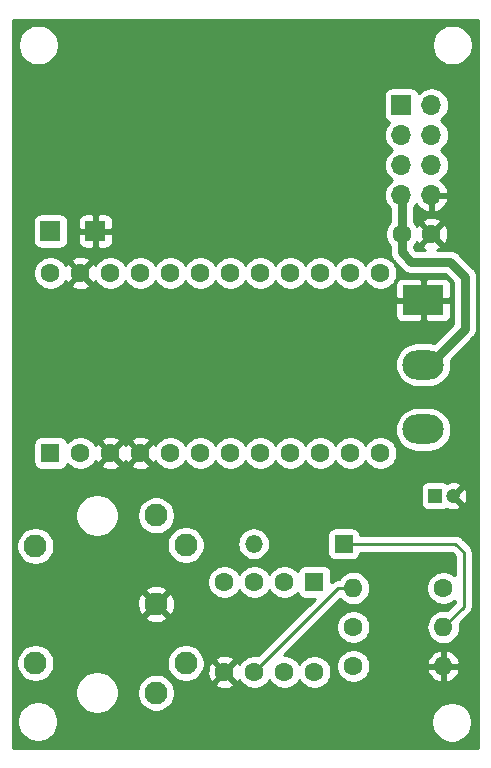
<source format=gbr>
G04 #@! TF.GenerationSoftware,KiCad,Pcbnew,(5.1.4-0-10_14)*
G04 #@! TF.CreationDate,2020-01-13T15:42:18-06:00*
G04 #@! TF.ProjectId,MIDI_TRANSMITTER,4d494449-5f54-4524-914e-534d49545445,rev?*
G04 #@! TF.SameCoordinates,Original*
G04 #@! TF.FileFunction,Copper,L2,Bot*
G04 #@! TF.FilePolarity,Positive*
%FSLAX46Y46*%
G04 Gerber Fmt 4.6, Leading zero omitted, Abs format (unit mm)*
G04 Created by KiCad (PCBNEW (5.1.4-0-10_14)) date 2020-01-13 15:42:18*
%MOMM*%
%LPD*%
G04 APERTURE LIST*
%ADD10C,1.600000*%
%ADD11R,1.600000X1.600000*%
%ADD12O,1.500000X1.500000*%
%ADD13R,1.500000X1.500000*%
%ADD14O,1.600000X1.600000*%
%ADD15C,1.950000*%
%ADD16O,3.500000X2.500000*%
%ADD17R,3.500000X2.500000*%
%ADD18O,1.700000X1.700000*%
%ADD19R,1.700000X1.700000*%
%ADD20C,1.200000*%
%ADD21R,1.200000X1.200000*%
%ADD22C,0.800000*%
%ADD23C,0.750000*%
%ADD24C,0.250000*%
%ADD25C,0.254000*%
G04 APERTURE END LIST*
D10*
X137922000Y-105918000D03*
X135382000Y-105918000D03*
X132842000Y-105918000D03*
X130302000Y-105918000D03*
X130302000Y-98298000D03*
X132842000Y-98298000D03*
X135382000Y-98298000D03*
D11*
X137922000Y-98298000D03*
D12*
X132778500Y-95059500D03*
D13*
X140398500Y-95059500D03*
D14*
X141224000Y-98806000D03*
D10*
X148844000Y-98806000D03*
D15*
X127020000Y-105166000D03*
X124520000Y-107666000D03*
X127020000Y-95166000D03*
X114300000Y-105156000D03*
X124520000Y-92666000D03*
X114300000Y-95250000D03*
X124520000Y-100166000D03*
D16*
X147129500Y-85372000D03*
X147129500Y-79897000D03*
D17*
X147129500Y-74422000D03*
D10*
X115570000Y-72136000D03*
X118110000Y-72136000D03*
X120650000Y-72136000D03*
X123190000Y-72136000D03*
X125730000Y-72136000D03*
X128270000Y-72136000D03*
X130810000Y-72136000D03*
X133350000Y-72136000D03*
X135890000Y-72136000D03*
X138430000Y-72136000D03*
X140970000Y-72136000D03*
X143510000Y-72136000D03*
X143510000Y-87376000D03*
X140970000Y-87376000D03*
X138430000Y-87376000D03*
X135890000Y-87376000D03*
X133350000Y-87376000D03*
X130810000Y-87376000D03*
X128270000Y-87376000D03*
X125730000Y-87376000D03*
X123190000Y-87376000D03*
X120650000Y-87376000D03*
X118110000Y-87376000D03*
D11*
X115570000Y-87376000D03*
D14*
X148844000Y-102108000D03*
D10*
X141224000Y-102108000D03*
D14*
X148844000Y-105410000D03*
D10*
X141224000Y-105410000D03*
D18*
X147828000Y-65532000D03*
X145288000Y-65532000D03*
X147828000Y-62992000D03*
X145288000Y-62992000D03*
X147828000Y-60452000D03*
X145288000Y-60452000D03*
X147828000Y-57912000D03*
D19*
X145288000Y-57912000D03*
X119380000Y-68580000D03*
X115570000Y-68580000D03*
D20*
X149645500Y-90995500D03*
D21*
X148145500Y-90995500D03*
D10*
X145328000Y-68834000D03*
X147828000Y-68834000D03*
D22*
X118110000Y-73914000D03*
X120650000Y-85598000D03*
X123190000Y-85598000D03*
X130302000Y-107696000D03*
X149606000Y-68834000D03*
X149606000Y-65532000D03*
X121666000Y-68580000D03*
X126492000Y-100330000D03*
X147066000Y-105410000D03*
X144589500Y-74422000D03*
X151257000Y-90995500D03*
D23*
X145328000Y-65572000D02*
X145288000Y-65532000D01*
X145328000Y-68834000D02*
X145328000Y-65572000D01*
X145328000Y-70398000D02*
X145328000Y-68834000D01*
X146113500Y-71183500D02*
X145328000Y-70398000D01*
X150685500Y-72453500D02*
X149415500Y-71183500D01*
X149415500Y-71183500D02*
X146113500Y-71183500D01*
X147629500Y-79897000D02*
X150685500Y-76841000D01*
X150685500Y-76841000D02*
X150685500Y-72453500D01*
X147129500Y-79897000D02*
X147629500Y-79897000D01*
D24*
X150558500Y-95758000D02*
X149860000Y-95059500D01*
X150558500Y-100393500D02*
X150558500Y-95758000D01*
X149860000Y-95059500D02*
X140398500Y-95059500D01*
X148844000Y-102108000D02*
X150558500Y-100393500D01*
X139954000Y-98806000D02*
X132842000Y-105918000D01*
X141224000Y-98806000D02*
X139954000Y-98806000D01*
D25*
G36*
X151740001Y-52037572D02*
G01*
X151740000Y-52037582D01*
X151740001Y-53307572D01*
X151740000Y-53307582D01*
X151740001Y-112370000D01*
X112420000Y-112370000D01*
X112420000Y-109938117D01*
X112755500Y-109938117D01*
X112755500Y-110279883D01*
X112822175Y-110615081D01*
X112952963Y-110930831D01*
X113142837Y-111214998D01*
X113384502Y-111456663D01*
X113668669Y-111646537D01*
X113984419Y-111777325D01*
X114319617Y-111844000D01*
X114661383Y-111844000D01*
X114996581Y-111777325D01*
X115312331Y-111646537D01*
X115596498Y-111456663D01*
X115838163Y-111214998D01*
X116028037Y-110930831D01*
X116158825Y-110615081D01*
X116225500Y-110279883D01*
X116225500Y-110001617D01*
X147807500Y-110001617D01*
X147807500Y-110343383D01*
X147874175Y-110678581D01*
X148004963Y-110994331D01*
X148194837Y-111278498D01*
X148436502Y-111520163D01*
X148720669Y-111710037D01*
X149036419Y-111840825D01*
X149371617Y-111907500D01*
X149713383Y-111907500D01*
X150048581Y-111840825D01*
X150364331Y-111710037D01*
X150648498Y-111520163D01*
X150890163Y-111278498D01*
X151080037Y-110994331D01*
X151210825Y-110678581D01*
X151277500Y-110343383D01*
X151277500Y-110001617D01*
X151210825Y-109666419D01*
X151080037Y-109350669D01*
X150890163Y-109066502D01*
X150648498Y-108824837D01*
X150364331Y-108634963D01*
X150048581Y-108504175D01*
X149713383Y-108437500D01*
X149371617Y-108437500D01*
X149036419Y-108504175D01*
X148720669Y-108634963D01*
X148436502Y-108824837D01*
X148194837Y-109066502D01*
X148004963Y-109350669D01*
X147874175Y-109666419D01*
X147807500Y-110001617D01*
X116225500Y-110001617D01*
X116225500Y-109938117D01*
X116158825Y-109602919D01*
X116028037Y-109287169D01*
X115838163Y-109003002D01*
X115596498Y-108761337D01*
X115312331Y-108571463D01*
X114996581Y-108440675D01*
X114661383Y-108374000D01*
X114319617Y-108374000D01*
X113984419Y-108440675D01*
X113668669Y-108571463D01*
X113384502Y-108761337D01*
X113142837Y-109003002D01*
X112952963Y-109287169D01*
X112822175Y-109602919D01*
X112755500Y-109938117D01*
X112420000Y-109938117D01*
X112420000Y-107485268D01*
X117685000Y-107485268D01*
X117685000Y-107846732D01*
X117755518Y-108201250D01*
X117893844Y-108535199D01*
X118094662Y-108835744D01*
X118350256Y-109091338D01*
X118650801Y-109292156D01*
X118984750Y-109430482D01*
X119339268Y-109501000D01*
X119700732Y-109501000D01*
X120055250Y-109430482D01*
X120389199Y-109292156D01*
X120689744Y-109091338D01*
X120945338Y-108835744D01*
X121146156Y-108535199D01*
X121284482Y-108201250D01*
X121355000Y-107846732D01*
X121355000Y-107507429D01*
X122910000Y-107507429D01*
X122910000Y-107824571D01*
X122971871Y-108135620D01*
X123093237Y-108428621D01*
X123269431Y-108692315D01*
X123493685Y-108916569D01*
X123757379Y-109092763D01*
X124050380Y-109214129D01*
X124361429Y-109276000D01*
X124678571Y-109276000D01*
X124989620Y-109214129D01*
X125282621Y-109092763D01*
X125546315Y-108916569D01*
X125770569Y-108692315D01*
X125946763Y-108428621D01*
X126068129Y-108135620D01*
X126130000Y-107824571D01*
X126130000Y-107507429D01*
X126068129Y-107196380D01*
X125949797Y-106910702D01*
X129488903Y-106910702D01*
X129560486Y-107154671D01*
X129815996Y-107275571D01*
X130090184Y-107344300D01*
X130372512Y-107358217D01*
X130652130Y-107316787D01*
X130918292Y-107221603D01*
X131043514Y-107154671D01*
X131115097Y-106910702D01*
X130302000Y-106097605D01*
X129488903Y-106910702D01*
X125949797Y-106910702D01*
X125946763Y-106903379D01*
X125770569Y-106639685D01*
X125546315Y-106415431D01*
X125282621Y-106239237D01*
X124989620Y-106117871D01*
X124678571Y-106056000D01*
X124361429Y-106056000D01*
X124050380Y-106117871D01*
X123757379Y-106239237D01*
X123493685Y-106415431D01*
X123269431Y-106639685D01*
X123093237Y-106903379D01*
X122971871Y-107196380D01*
X122910000Y-107507429D01*
X121355000Y-107507429D01*
X121355000Y-107485268D01*
X121284482Y-107130750D01*
X121146156Y-106796801D01*
X120945338Y-106496256D01*
X120689744Y-106240662D01*
X120389199Y-106039844D01*
X120055250Y-105901518D01*
X119700732Y-105831000D01*
X119339268Y-105831000D01*
X118984750Y-105901518D01*
X118650801Y-106039844D01*
X118350256Y-106240662D01*
X118094662Y-106496256D01*
X117893844Y-106796801D01*
X117755518Y-107130750D01*
X117685000Y-107485268D01*
X112420000Y-107485268D01*
X112420000Y-104997429D01*
X112690000Y-104997429D01*
X112690000Y-105314571D01*
X112751871Y-105625620D01*
X112873237Y-105918621D01*
X113049431Y-106182315D01*
X113273685Y-106406569D01*
X113537379Y-106582763D01*
X113830380Y-106704129D01*
X114141429Y-106766000D01*
X114458571Y-106766000D01*
X114769620Y-106704129D01*
X115062621Y-106582763D01*
X115326315Y-106406569D01*
X115550569Y-106182315D01*
X115726763Y-105918621D01*
X115848129Y-105625620D01*
X115910000Y-105314571D01*
X115910000Y-105007429D01*
X125410000Y-105007429D01*
X125410000Y-105324571D01*
X125471871Y-105635620D01*
X125593237Y-105928621D01*
X125769431Y-106192315D01*
X125993685Y-106416569D01*
X126257379Y-106592763D01*
X126550380Y-106714129D01*
X126861429Y-106776000D01*
X127178571Y-106776000D01*
X127489620Y-106714129D01*
X127782621Y-106592763D01*
X128046315Y-106416569D01*
X128270569Y-106192315D01*
X128406745Y-105988512D01*
X128861783Y-105988512D01*
X128903213Y-106268130D01*
X128998397Y-106534292D01*
X129065329Y-106659514D01*
X129309298Y-106731097D01*
X130122395Y-105918000D01*
X129309298Y-105104903D01*
X129065329Y-105176486D01*
X128944429Y-105431996D01*
X128875700Y-105706184D01*
X128861783Y-105988512D01*
X128406745Y-105988512D01*
X128446763Y-105928621D01*
X128568129Y-105635620D01*
X128630000Y-105324571D01*
X128630000Y-105007429D01*
X128613664Y-104925298D01*
X129488903Y-104925298D01*
X130302000Y-105738395D01*
X131115097Y-104925298D01*
X131043514Y-104681329D01*
X130788004Y-104560429D01*
X130513816Y-104491700D01*
X130231488Y-104477783D01*
X129951870Y-104519213D01*
X129685708Y-104614397D01*
X129560486Y-104681329D01*
X129488903Y-104925298D01*
X128613664Y-104925298D01*
X128568129Y-104696380D01*
X128446763Y-104403379D01*
X128270569Y-104139685D01*
X128046315Y-103915431D01*
X127782621Y-103739237D01*
X127489620Y-103617871D01*
X127178571Y-103556000D01*
X126861429Y-103556000D01*
X126550380Y-103617871D01*
X126257379Y-103739237D01*
X125993685Y-103915431D01*
X125769431Y-104139685D01*
X125593237Y-104403379D01*
X125471871Y-104696380D01*
X125410000Y-105007429D01*
X115910000Y-105007429D01*
X115910000Y-104997429D01*
X115848129Y-104686380D01*
X115726763Y-104393379D01*
X115550569Y-104129685D01*
X115326315Y-103905431D01*
X115062621Y-103729237D01*
X114769620Y-103607871D01*
X114458571Y-103546000D01*
X114141429Y-103546000D01*
X113830380Y-103607871D01*
X113537379Y-103729237D01*
X113273685Y-103905431D01*
X113049431Y-104129685D01*
X112873237Y-104393379D01*
X112751871Y-104686380D01*
X112690000Y-104997429D01*
X112420000Y-104997429D01*
X112420000Y-101283584D01*
X123582021Y-101283584D01*
X123674766Y-101545429D01*
X123960120Y-101683820D01*
X124266990Y-101763883D01*
X124583584Y-101782540D01*
X124897733Y-101739074D01*
X125197367Y-101635156D01*
X125365234Y-101545429D01*
X125457979Y-101283584D01*
X124520000Y-100345605D01*
X123582021Y-101283584D01*
X112420000Y-101283584D01*
X112420000Y-100229584D01*
X122903460Y-100229584D01*
X122946926Y-100543733D01*
X123050844Y-100843367D01*
X123140571Y-101011234D01*
X123402416Y-101103979D01*
X124340395Y-100166000D01*
X124699605Y-100166000D01*
X125637584Y-101103979D01*
X125899429Y-101011234D01*
X126037820Y-100725880D01*
X126117883Y-100419010D01*
X126136540Y-100102416D01*
X126093074Y-99788267D01*
X125989156Y-99488633D01*
X125899429Y-99320766D01*
X125637584Y-99228021D01*
X124699605Y-100166000D01*
X124340395Y-100166000D01*
X123402416Y-99228021D01*
X123140571Y-99320766D01*
X123002180Y-99606120D01*
X122922117Y-99912990D01*
X122903460Y-100229584D01*
X112420000Y-100229584D01*
X112420000Y-99048416D01*
X123582021Y-99048416D01*
X124520000Y-99986395D01*
X125457979Y-99048416D01*
X125365234Y-98786571D01*
X125079880Y-98648180D01*
X124773010Y-98568117D01*
X124456416Y-98549460D01*
X124142267Y-98592926D01*
X123842633Y-98696844D01*
X123674766Y-98786571D01*
X123582021Y-99048416D01*
X112420000Y-99048416D01*
X112420000Y-98156665D01*
X128867000Y-98156665D01*
X128867000Y-98439335D01*
X128922147Y-98716574D01*
X129030320Y-98977727D01*
X129187363Y-99212759D01*
X129387241Y-99412637D01*
X129622273Y-99569680D01*
X129883426Y-99677853D01*
X130160665Y-99733000D01*
X130443335Y-99733000D01*
X130720574Y-99677853D01*
X130981727Y-99569680D01*
X131216759Y-99412637D01*
X131416637Y-99212759D01*
X131572000Y-98980241D01*
X131727363Y-99212759D01*
X131927241Y-99412637D01*
X132162273Y-99569680D01*
X132423426Y-99677853D01*
X132700665Y-99733000D01*
X132983335Y-99733000D01*
X133260574Y-99677853D01*
X133521727Y-99569680D01*
X133756759Y-99412637D01*
X133956637Y-99212759D01*
X134112000Y-98980241D01*
X134267363Y-99212759D01*
X134467241Y-99412637D01*
X134702273Y-99569680D01*
X134963426Y-99677853D01*
X135240665Y-99733000D01*
X135523335Y-99733000D01*
X135800574Y-99677853D01*
X136061727Y-99569680D01*
X136296759Y-99412637D01*
X136495357Y-99214039D01*
X136496188Y-99222482D01*
X136532498Y-99342180D01*
X136591463Y-99452494D01*
X136670815Y-99549185D01*
X136767506Y-99628537D01*
X136877820Y-99687502D01*
X136997518Y-99723812D01*
X137122000Y-99736072D01*
X137949126Y-99736072D01*
X133165887Y-104519312D01*
X132983335Y-104483000D01*
X132700665Y-104483000D01*
X132423426Y-104538147D01*
X132162273Y-104646320D01*
X131927241Y-104803363D01*
X131727363Y-105003241D01*
X131571085Y-105237128D01*
X131538671Y-105176486D01*
X131294702Y-105104903D01*
X130481605Y-105918000D01*
X131294702Y-106731097D01*
X131538671Y-106659514D01*
X131569194Y-106595008D01*
X131570320Y-106597727D01*
X131727363Y-106832759D01*
X131927241Y-107032637D01*
X132162273Y-107189680D01*
X132423426Y-107297853D01*
X132700665Y-107353000D01*
X132983335Y-107353000D01*
X133260574Y-107297853D01*
X133521727Y-107189680D01*
X133756759Y-107032637D01*
X133956637Y-106832759D01*
X134112000Y-106600241D01*
X134267363Y-106832759D01*
X134467241Y-107032637D01*
X134702273Y-107189680D01*
X134963426Y-107297853D01*
X135240665Y-107353000D01*
X135523335Y-107353000D01*
X135800574Y-107297853D01*
X136061727Y-107189680D01*
X136296759Y-107032637D01*
X136496637Y-106832759D01*
X136652000Y-106600241D01*
X136807363Y-106832759D01*
X137007241Y-107032637D01*
X137242273Y-107189680D01*
X137503426Y-107297853D01*
X137780665Y-107353000D01*
X138063335Y-107353000D01*
X138340574Y-107297853D01*
X138601727Y-107189680D01*
X138836759Y-107032637D01*
X139036637Y-106832759D01*
X139193680Y-106597727D01*
X139301853Y-106336574D01*
X139357000Y-106059335D01*
X139357000Y-105776665D01*
X139301853Y-105499426D01*
X139206269Y-105268665D01*
X139789000Y-105268665D01*
X139789000Y-105551335D01*
X139844147Y-105828574D01*
X139952320Y-106089727D01*
X140109363Y-106324759D01*
X140309241Y-106524637D01*
X140544273Y-106681680D01*
X140805426Y-106789853D01*
X141082665Y-106845000D01*
X141365335Y-106845000D01*
X141642574Y-106789853D01*
X141903727Y-106681680D01*
X142138759Y-106524637D01*
X142338637Y-106324759D01*
X142495680Y-106089727D01*
X142603853Y-105828574D01*
X142617684Y-105759039D01*
X147452096Y-105759039D01*
X147492754Y-105893087D01*
X147612963Y-106147420D01*
X147780481Y-106373414D01*
X147988869Y-106562385D01*
X148230119Y-106707070D01*
X148494960Y-106801909D01*
X148717000Y-106680624D01*
X148717000Y-105537000D01*
X148971000Y-105537000D01*
X148971000Y-106680624D01*
X149193040Y-106801909D01*
X149457881Y-106707070D01*
X149699131Y-106562385D01*
X149907519Y-106373414D01*
X150075037Y-106147420D01*
X150195246Y-105893087D01*
X150235904Y-105759039D01*
X150113915Y-105537000D01*
X148971000Y-105537000D01*
X148717000Y-105537000D01*
X147574085Y-105537000D01*
X147452096Y-105759039D01*
X142617684Y-105759039D01*
X142659000Y-105551335D01*
X142659000Y-105268665D01*
X142617685Y-105060961D01*
X147452096Y-105060961D01*
X147574085Y-105283000D01*
X148717000Y-105283000D01*
X148717000Y-104139376D01*
X148971000Y-104139376D01*
X148971000Y-105283000D01*
X150113915Y-105283000D01*
X150235904Y-105060961D01*
X150195246Y-104926913D01*
X150075037Y-104672580D01*
X149907519Y-104446586D01*
X149699131Y-104257615D01*
X149457881Y-104112930D01*
X149193040Y-104018091D01*
X148971000Y-104139376D01*
X148717000Y-104139376D01*
X148494960Y-104018091D01*
X148230119Y-104112930D01*
X147988869Y-104257615D01*
X147780481Y-104446586D01*
X147612963Y-104672580D01*
X147492754Y-104926913D01*
X147452096Y-105060961D01*
X142617685Y-105060961D01*
X142603853Y-104991426D01*
X142495680Y-104730273D01*
X142338637Y-104495241D01*
X142138759Y-104295363D01*
X141903727Y-104138320D01*
X141642574Y-104030147D01*
X141365335Y-103975000D01*
X141082665Y-103975000D01*
X140805426Y-104030147D01*
X140544273Y-104138320D01*
X140309241Y-104295363D01*
X140109363Y-104495241D01*
X139952320Y-104730273D01*
X139844147Y-104991426D01*
X139789000Y-105268665D01*
X139206269Y-105268665D01*
X139193680Y-105238273D01*
X139036637Y-105003241D01*
X138836759Y-104803363D01*
X138601727Y-104646320D01*
X138340574Y-104538147D01*
X138063335Y-104483000D01*
X137780665Y-104483000D01*
X137503426Y-104538147D01*
X137242273Y-104646320D01*
X137007241Y-104803363D01*
X136807363Y-105003241D01*
X136652000Y-105235759D01*
X136496637Y-105003241D01*
X136296759Y-104803363D01*
X136061727Y-104646320D01*
X135800574Y-104538147D01*
X135523335Y-104483000D01*
X135351801Y-104483000D01*
X137868136Y-101966665D01*
X139789000Y-101966665D01*
X139789000Y-102249335D01*
X139844147Y-102526574D01*
X139952320Y-102787727D01*
X140109363Y-103022759D01*
X140309241Y-103222637D01*
X140544273Y-103379680D01*
X140805426Y-103487853D01*
X141082665Y-103543000D01*
X141365335Y-103543000D01*
X141642574Y-103487853D01*
X141903727Y-103379680D01*
X142138759Y-103222637D01*
X142338637Y-103022759D01*
X142495680Y-102787727D01*
X142603853Y-102526574D01*
X142659000Y-102249335D01*
X142659000Y-101966665D01*
X142603853Y-101689426D01*
X142495680Y-101428273D01*
X142338637Y-101193241D01*
X142138759Y-100993363D01*
X141903727Y-100836320D01*
X141642574Y-100728147D01*
X141365335Y-100673000D01*
X141082665Y-100673000D01*
X140805426Y-100728147D01*
X140544273Y-100836320D01*
X140309241Y-100993363D01*
X140109363Y-101193241D01*
X139952320Y-101428273D01*
X139844147Y-101689426D01*
X139789000Y-101966665D01*
X137868136Y-101966665D01*
X140116406Y-99718396D01*
X140204392Y-99825608D01*
X140422899Y-100004932D01*
X140672192Y-100138182D01*
X140942691Y-100220236D01*
X141153508Y-100241000D01*
X141294492Y-100241000D01*
X141505309Y-100220236D01*
X141775808Y-100138182D01*
X142025101Y-100004932D01*
X142243608Y-99825608D01*
X142422932Y-99607101D01*
X142556182Y-99357808D01*
X142638236Y-99087309D01*
X142665943Y-98806000D01*
X142638236Y-98524691D01*
X142556182Y-98254192D01*
X142422932Y-98004899D01*
X142243608Y-97786392D01*
X142025101Y-97607068D01*
X141775808Y-97473818D01*
X141505309Y-97391764D01*
X141294492Y-97371000D01*
X141153508Y-97371000D01*
X140942691Y-97391764D01*
X140672192Y-97473818D01*
X140422899Y-97607068D01*
X140204392Y-97786392D01*
X140025068Y-98004899D01*
X140003099Y-98046000D01*
X139991323Y-98046000D01*
X139954000Y-98042324D01*
X139916677Y-98046000D01*
X139916667Y-98046000D01*
X139805014Y-98056997D01*
X139661753Y-98100454D01*
X139529724Y-98171026D01*
X139413999Y-98265999D01*
X139390201Y-98294997D01*
X139360072Y-98325126D01*
X139360072Y-97498000D01*
X139347812Y-97373518D01*
X139311502Y-97253820D01*
X139252537Y-97143506D01*
X139173185Y-97046815D01*
X139076494Y-96967463D01*
X138966180Y-96908498D01*
X138846482Y-96872188D01*
X138722000Y-96859928D01*
X137122000Y-96859928D01*
X136997518Y-96872188D01*
X136877820Y-96908498D01*
X136767506Y-96967463D01*
X136670815Y-97046815D01*
X136591463Y-97143506D01*
X136532498Y-97253820D01*
X136496188Y-97373518D01*
X136495357Y-97381961D01*
X136296759Y-97183363D01*
X136061727Y-97026320D01*
X135800574Y-96918147D01*
X135523335Y-96863000D01*
X135240665Y-96863000D01*
X134963426Y-96918147D01*
X134702273Y-97026320D01*
X134467241Y-97183363D01*
X134267363Y-97383241D01*
X134112000Y-97615759D01*
X133956637Y-97383241D01*
X133756759Y-97183363D01*
X133521727Y-97026320D01*
X133260574Y-96918147D01*
X132983335Y-96863000D01*
X132700665Y-96863000D01*
X132423426Y-96918147D01*
X132162273Y-97026320D01*
X131927241Y-97183363D01*
X131727363Y-97383241D01*
X131572000Y-97615759D01*
X131416637Y-97383241D01*
X131216759Y-97183363D01*
X130981727Y-97026320D01*
X130720574Y-96918147D01*
X130443335Y-96863000D01*
X130160665Y-96863000D01*
X129883426Y-96918147D01*
X129622273Y-97026320D01*
X129387241Y-97183363D01*
X129187363Y-97383241D01*
X129030320Y-97618273D01*
X128922147Y-97879426D01*
X128867000Y-98156665D01*
X112420000Y-98156665D01*
X112420000Y-95091429D01*
X112690000Y-95091429D01*
X112690000Y-95408571D01*
X112751871Y-95719620D01*
X112873237Y-96012621D01*
X113049431Y-96276315D01*
X113273685Y-96500569D01*
X113537379Y-96676763D01*
X113830380Y-96798129D01*
X114141429Y-96860000D01*
X114458571Y-96860000D01*
X114769620Y-96798129D01*
X115062621Y-96676763D01*
X115326315Y-96500569D01*
X115550569Y-96276315D01*
X115726763Y-96012621D01*
X115848129Y-95719620D01*
X115910000Y-95408571D01*
X115910000Y-95091429D01*
X115893292Y-95007429D01*
X125410000Y-95007429D01*
X125410000Y-95324571D01*
X125471871Y-95635620D01*
X125593237Y-95928621D01*
X125769431Y-96192315D01*
X125993685Y-96416569D01*
X126257379Y-96592763D01*
X126550380Y-96714129D01*
X126861429Y-96776000D01*
X127178571Y-96776000D01*
X127489620Y-96714129D01*
X127782621Y-96592763D01*
X128046315Y-96416569D01*
X128270569Y-96192315D01*
X128446763Y-95928621D01*
X128568129Y-95635620D01*
X128630000Y-95324571D01*
X128630000Y-95059500D01*
X131386799Y-95059500D01*
X131413540Y-95331007D01*
X131492736Y-95592081D01*
X131621343Y-95832688D01*
X131794419Y-96043581D01*
X132005312Y-96216657D01*
X132245919Y-96345264D01*
X132506993Y-96424460D01*
X132710463Y-96444500D01*
X132846537Y-96444500D01*
X133050007Y-96424460D01*
X133311081Y-96345264D01*
X133551688Y-96216657D01*
X133762581Y-96043581D01*
X133935657Y-95832688D01*
X134064264Y-95592081D01*
X134143460Y-95331007D01*
X134170201Y-95059500D01*
X134143460Y-94787993D01*
X134064264Y-94526919D01*
X133948052Y-94309500D01*
X139010428Y-94309500D01*
X139010428Y-95809500D01*
X139022688Y-95933982D01*
X139058998Y-96053680D01*
X139117963Y-96163994D01*
X139197315Y-96260685D01*
X139294006Y-96340037D01*
X139404320Y-96399002D01*
X139524018Y-96435312D01*
X139648500Y-96447572D01*
X141148500Y-96447572D01*
X141272982Y-96435312D01*
X141392680Y-96399002D01*
X141502994Y-96340037D01*
X141599685Y-96260685D01*
X141679037Y-96163994D01*
X141738002Y-96053680D01*
X141774312Y-95933982D01*
X141785587Y-95819500D01*
X149545199Y-95819500D01*
X149798501Y-96072803D01*
X149798501Y-97731105D01*
X149758759Y-97691363D01*
X149523727Y-97534320D01*
X149262574Y-97426147D01*
X148985335Y-97371000D01*
X148702665Y-97371000D01*
X148425426Y-97426147D01*
X148164273Y-97534320D01*
X147929241Y-97691363D01*
X147729363Y-97891241D01*
X147572320Y-98126273D01*
X147464147Y-98387426D01*
X147409000Y-98664665D01*
X147409000Y-98947335D01*
X147464147Y-99224574D01*
X147572320Y-99485727D01*
X147729363Y-99720759D01*
X147929241Y-99920637D01*
X148164273Y-100077680D01*
X148425426Y-100185853D01*
X148702665Y-100241000D01*
X148985335Y-100241000D01*
X149262574Y-100185853D01*
X149523727Y-100077680D01*
X149758759Y-99920637D01*
X149798500Y-99880896D01*
X149798500Y-100078698D01*
X149169906Y-100707292D01*
X149125309Y-100693764D01*
X148914492Y-100673000D01*
X148773508Y-100673000D01*
X148562691Y-100693764D01*
X148292192Y-100775818D01*
X148042899Y-100909068D01*
X147824392Y-101088392D01*
X147645068Y-101306899D01*
X147511818Y-101556192D01*
X147429764Y-101826691D01*
X147402057Y-102108000D01*
X147429764Y-102389309D01*
X147511818Y-102659808D01*
X147645068Y-102909101D01*
X147824392Y-103127608D01*
X148042899Y-103306932D01*
X148292192Y-103440182D01*
X148562691Y-103522236D01*
X148773508Y-103543000D01*
X148914492Y-103543000D01*
X149125309Y-103522236D01*
X149395808Y-103440182D01*
X149645101Y-103306932D01*
X149863608Y-103127608D01*
X150042932Y-102909101D01*
X150176182Y-102659808D01*
X150258236Y-102389309D01*
X150285943Y-102108000D01*
X150258236Y-101826691D01*
X150244708Y-101782094D01*
X151069504Y-100957298D01*
X151098501Y-100933501D01*
X151124832Y-100901417D01*
X151193474Y-100817777D01*
X151264046Y-100685747D01*
X151267913Y-100673000D01*
X151307503Y-100542486D01*
X151318500Y-100430833D01*
X151318500Y-100430824D01*
X151322176Y-100393501D01*
X151318500Y-100356178D01*
X151318500Y-95795322D01*
X151322176Y-95757999D01*
X151318500Y-95720676D01*
X151318500Y-95720667D01*
X151307503Y-95609014D01*
X151264046Y-95465753D01*
X151193474Y-95333724D01*
X151098501Y-95217999D01*
X151069502Y-95194201D01*
X150423803Y-94548502D01*
X150400001Y-94519499D01*
X150284276Y-94424526D01*
X150152247Y-94353954D01*
X150008986Y-94310497D01*
X149897333Y-94299500D01*
X149897322Y-94299500D01*
X149860000Y-94295824D01*
X149822678Y-94299500D01*
X141785587Y-94299500D01*
X141774312Y-94185018D01*
X141738002Y-94065320D01*
X141679037Y-93955006D01*
X141599685Y-93858315D01*
X141502994Y-93778963D01*
X141392680Y-93719998D01*
X141272982Y-93683688D01*
X141148500Y-93671428D01*
X139648500Y-93671428D01*
X139524018Y-93683688D01*
X139404320Y-93719998D01*
X139294006Y-93778963D01*
X139197315Y-93858315D01*
X139117963Y-93955006D01*
X139058998Y-94065320D01*
X139022688Y-94185018D01*
X139010428Y-94309500D01*
X133948052Y-94309500D01*
X133935657Y-94286312D01*
X133762581Y-94075419D01*
X133551688Y-93902343D01*
X133311081Y-93773736D01*
X133050007Y-93694540D01*
X132846537Y-93674500D01*
X132710463Y-93674500D01*
X132506993Y-93694540D01*
X132245919Y-93773736D01*
X132005312Y-93902343D01*
X131794419Y-94075419D01*
X131621343Y-94286312D01*
X131492736Y-94526919D01*
X131413540Y-94787993D01*
X131386799Y-95059500D01*
X128630000Y-95059500D01*
X128630000Y-95007429D01*
X128568129Y-94696380D01*
X128446763Y-94403379D01*
X128270569Y-94139685D01*
X128046315Y-93915431D01*
X127782621Y-93739237D01*
X127489620Y-93617871D01*
X127178571Y-93556000D01*
X126861429Y-93556000D01*
X126550380Y-93617871D01*
X126257379Y-93739237D01*
X125993685Y-93915431D01*
X125769431Y-94139685D01*
X125593237Y-94403379D01*
X125471871Y-94696380D01*
X125410000Y-95007429D01*
X115893292Y-95007429D01*
X115848129Y-94780380D01*
X115726763Y-94487379D01*
X115550569Y-94223685D01*
X115326315Y-93999431D01*
X115062621Y-93823237D01*
X114769620Y-93701871D01*
X114458571Y-93640000D01*
X114141429Y-93640000D01*
X113830380Y-93701871D01*
X113537379Y-93823237D01*
X113273685Y-93999431D01*
X113049431Y-94223685D01*
X112873237Y-94487379D01*
X112751871Y-94780380D01*
X112690000Y-95091429D01*
X112420000Y-95091429D01*
X112420000Y-92485268D01*
X117685000Y-92485268D01*
X117685000Y-92846732D01*
X117755518Y-93201250D01*
X117893844Y-93535199D01*
X118094662Y-93835744D01*
X118350256Y-94091338D01*
X118650801Y-94292156D01*
X118984750Y-94430482D01*
X119339268Y-94501000D01*
X119700732Y-94501000D01*
X120055250Y-94430482D01*
X120389199Y-94292156D01*
X120689744Y-94091338D01*
X120945338Y-93835744D01*
X121146156Y-93535199D01*
X121284482Y-93201250D01*
X121355000Y-92846732D01*
X121355000Y-92507429D01*
X122910000Y-92507429D01*
X122910000Y-92824571D01*
X122971871Y-93135620D01*
X123093237Y-93428621D01*
X123269431Y-93692315D01*
X123493685Y-93916569D01*
X123757379Y-94092763D01*
X124050380Y-94214129D01*
X124361429Y-94276000D01*
X124678571Y-94276000D01*
X124989620Y-94214129D01*
X125282621Y-94092763D01*
X125546315Y-93916569D01*
X125770569Y-93692315D01*
X125946763Y-93428621D01*
X126068129Y-93135620D01*
X126130000Y-92824571D01*
X126130000Y-92507429D01*
X126068129Y-92196380D01*
X125946763Y-91903379D01*
X125770569Y-91639685D01*
X125546315Y-91415431D01*
X125282621Y-91239237D01*
X124989620Y-91117871D01*
X124678571Y-91056000D01*
X124361429Y-91056000D01*
X124050380Y-91117871D01*
X123757379Y-91239237D01*
X123493685Y-91415431D01*
X123269431Y-91639685D01*
X123093237Y-91903379D01*
X122971871Y-92196380D01*
X122910000Y-92507429D01*
X121355000Y-92507429D01*
X121355000Y-92485268D01*
X121284482Y-92130750D01*
X121146156Y-91796801D01*
X120945338Y-91496256D01*
X120689744Y-91240662D01*
X120389199Y-91039844D01*
X120055250Y-90901518D01*
X119700732Y-90831000D01*
X119339268Y-90831000D01*
X118984750Y-90901518D01*
X118650801Y-91039844D01*
X118350256Y-91240662D01*
X118094662Y-91496256D01*
X117893844Y-91796801D01*
X117755518Y-92130750D01*
X117685000Y-92485268D01*
X112420000Y-92485268D01*
X112420000Y-90395500D01*
X146907428Y-90395500D01*
X146907428Y-91595500D01*
X146919688Y-91719982D01*
X146955998Y-91839680D01*
X147014963Y-91949994D01*
X147094315Y-92046685D01*
X147191006Y-92126037D01*
X147301320Y-92185002D01*
X147421018Y-92221312D01*
X147545500Y-92233572D01*
X148745500Y-92233572D01*
X148869982Y-92221312D01*
X148989680Y-92185002D01*
X149099994Y-92126037D01*
X149117181Y-92111932D01*
X149244016Y-92169737D01*
X149480813Y-92225500D01*
X149723938Y-92233995D01*
X149964049Y-92194895D01*
X150191918Y-92109702D01*
X150268352Y-92068848D01*
X150315659Y-91845264D01*
X149645500Y-91175105D01*
X149631358Y-91189248D01*
X149451753Y-91009643D01*
X149465895Y-90995500D01*
X149825105Y-90995500D01*
X150495264Y-91665659D01*
X150718848Y-91618352D01*
X150819737Y-91396984D01*
X150875500Y-91160187D01*
X150883995Y-90917062D01*
X150844895Y-90676951D01*
X150759702Y-90449082D01*
X150718848Y-90372648D01*
X150495264Y-90325341D01*
X149825105Y-90995500D01*
X149465895Y-90995500D01*
X149451753Y-90981358D01*
X149631358Y-90801753D01*
X149645500Y-90815895D01*
X150315659Y-90145736D01*
X150268352Y-89922152D01*
X150046984Y-89821263D01*
X149810187Y-89765500D01*
X149567062Y-89757005D01*
X149326951Y-89796105D01*
X149113383Y-89875951D01*
X149099994Y-89864963D01*
X148989680Y-89805998D01*
X148869982Y-89769688D01*
X148745500Y-89757428D01*
X147545500Y-89757428D01*
X147421018Y-89769688D01*
X147301320Y-89805998D01*
X147191006Y-89864963D01*
X147094315Y-89944315D01*
X147014963Y-90041006D01*
X146955998Y-90151320D01*
X146919688Y-90271018D01*
X146907428Y-90395500D01*
X112420000Y-90395500D01*
X112420000Y-86576000D01*
X114131928Y-86576000D01*
X114131928Y-88176000D01*
X114144188Y-88300482D01*
X114180498Y-88420180D01*
X114239463Y-88530494D01*
X114318815Y-88627185D01*
X114415506Y-88706537D01*
X114525820Y-88765502D01*
X114645518Y-88801812D01*
X114770000Y-88814072D01*
X116370000Y-88814072D01*
X116494482Y-88801812D01*
X116614180Y-88765502D01*
X116724494Y-88706537D01*
X116821185Y-88627185D01*
X116900537Y-88530494D01*
X116959502Y-88420180D01*
X116995812Y-88300482D01*
X116996643Y-88292039D01*
X117195241Y-88490637D01*
X117430273Y-88647680D01*
X117691426Y-88755853D01*
X117968665Y-88811000D01*
X118251335Y-88811000D01*
X118528574Y-88755853D01*
X118789727Y-88647680D01*
X119024759Y-88490637D01*
X119146694Y-88368702D01*
X119836903Y-88368702D01*
X119908486Y-88612671D01*
X120163996Y-88733571D01*
X120438184Y-88802300D01*
X120720512Y-88816217D01*
X121000130Y-88774787D01*
X121266292Y-88679603D01*
X121391514Y-88612671D01*
X121463097Y-88368702D01*
X122376903Y-88368702D01*
X122448486Y-88612671D01*
X122703996Y-88733571D01*
X122978184Y-88802300D01*
X123260512Y-88816217D01*
X123540130Y-88774787D01*
X123806292Y-88679603D01*
X123931514Y-88612671D01*
X124003097Y-88368702D01*
X123190000Y-87555605D01*
X122376903Y-88368702D01*
X121463097Y-88368702D01*
X120650000Y-87555605D01*
X119836903Y-88368702D01*
X119146694Y-88368702D01*
X119224637Y-88290759D01*
X119380915Y-88056872D01*
X119413329Y-88117514D01*
X119657298Y-88189097D01*
X120470395Y-87376000D01*
X120829605Y-87376000D01*
X121642702Y-88189097D01*
X121886671Y-88117514D01*
X121917971Y-88051364D01*
X121953329Y-88117514D01*
X122197298Y-88189097D01*
X123010395Y-87376000D01*
X123369605Y-87376000D01*
X124182702Y-88189097D01*
X124426671Y-88117514D01*
X124457194Y-88053008D01*
X124458320Y-88055727D01*
X124615363Y-88290759D01*
X124815241Y-88490637D01*
X125050273Y-88647680D01*
X125311426Y-88755853D01*
X125588665Y-88811000D01*
X125871335Y-88811000D01*
X126148574Y-88755853D01*
X126409727Y-88647680D01*
X126644759Y-88490637D01*
X126844637Y-88290759D01*
X127000000Y-88058241D01*
X127155363Y-88290759D01*
X127355241Y-88490637D01*
X127590273Y-88647680D01*
X127851426Y-88755853D01*
X128128665Y-88811000D01*
X128411335Y-88811000D01*
X128688574Y-88755853D01*
X128949727Y-88647680D01*
X129184759Y-88490637D01*
X129384637Y-88290759D01*
X129540000Y-88058241D01*
X129695363Y-88290759D01*
X129895241Y-88490637D01*
X130130273Y-88647680D01*
X130391426Y-88755853D01*
X130668665Y-88811000D01*
X130951335Y-88811000D01*
X131228574Y-88755853D01*
X131489727Y-88647680D01*
X131724759Y-88490637D01*
X131924637Y-88290759D01*
X132080000Y-88058241D01*
X132235363Y-88290759D01*
X132435241Y-88490637D01*
X132670273Y-88647680D01*
X132931426Y-88755853D01*
X133208665Y-88811000D01*
X133491335Y-88811000D01*
X133768574Y-88755853D01*
X134029727Y-88647680D01*
X134264759Y-88490637D01*
X134464637Y-88290759D01*
X134620000Y-88058241D01*
X134775363Y-88290759D01*
X134975241Y-88490637D01*
X135210273Y-88647680D01*
X135471426Y-88755853D01*
X135748665Y-88811000D01*
X136031335Y-88811000D01*
X136308574Y-88755853D01*
X136569727Y-88647680D01*
X136804759Y-88490637D01*
X137004637Y-88290759D01*
X137160000Y-88058241D01*
X137315363Y-88290759D01*
X137515241Y-88490637D01*
X137750273Y-88647680D01*
X138011426Y-88755853D01*
X138288665Y-88811000D01*
X138571335Y-88811000D01*
X138848574Y-88755853D01*
X139109727Y-88647680D01*
X139344759Y-88490637D01*
X139544637Y-88290759D01*
X139700000Y-88058241D01*
X139855363Y-88290759D01*
X140055241Y-88490637D01*
X140290273Y-88647680D01*
X140551426Y-88755853D01*
X140828665Y-88811000D01*
X141111335Y-88811000D01*
X141388574Y-88755853D01*
X141649727Y-88647680D01*
X141884759Y-88490637D01*
X142084637Y-88290759D01*
X142240000Y-88058241D01*
X142395363Y-88290759D01*
X142595241Y-88490637D01*
X142830273Y-88647680D01*
X143091426Y-88755853D01*
X143368665Y-88811000D01*
X143651335Y-88811000D01*
X143928574Y-88755853D01*
X144189727Y-88647680D01*
X144424759Y-88490637D01*
X144624637Y-88290759D01*
X144781680Y-88055727D01*
X144889853Y-87794574D01*
X144945000Y-87517335D01*
X144945000Y-87234665D01*
X144889853Y-86957426D01*
X144781680Y-86696273D01*
X144624637Y-86461241D01*
X144424759Y-86261363D01*
X144189727Y-86104320D01*
X143928574Y-85996147D01*
X143651335Y-85941000D01*
X143368665Y-85941000D01*
X143091426Y-85996147D01*
X142830273Y-86104320D01*
X142595241Y-86261363D01*
X142395363Y-86461241D01*
X142240000Y-86693759D01*
X142084637Y-86461241D01*
X141884759Y-86261363D01*
X141649727Y-86104320D01*
X141388574Y-85996147D01*
X141111335Y-85941000D01*
X140828665Y-85941000D01*
X140551426Y-85996147D01*
X140290273Y-86104320D01*
X140055241Y-86261363D01*
X139855363Y-86461241D01*
X139700000Y-86693759D01*
X139544637Y-86461241D01*
X139344759Y-86261363D01*
X139109727Y-86104320D01*
X138848574Y-85996147D01*
X138571335Y-85941000D01*
X138288665Y-85941000D01*
X138011426Y-85996147D01*
X137750273Y-86104320D01*
X137515241Y-86261363D01*
X137315363Y-86461241D01*
X137160000Y-86693759D01*
X137004637Y-86461241D01*
X136804759Y-86261363D01*
X136569727Y-86104320D01*
X136308574Y-85996147D01*
X136031335Y-85941000D01*
X135748665Y-85941000D01*
X135471426Y-85996147D01*
X135210273Y-86104320D01*
X134975241Y-86261363D01*
X134775363Y-86461241D01*
X134620000Y-86693759D01*
X134464637Y-86461241D01*
X134264759Y-86261363D01*
X134029727Y-86104320D01*
X133768574Y-85996147D01*
X133491335Y-85941000D01*
X133208665Y-85941000D01*
X132931426Y-85996147D01*
X132670273Y-86104320D01*
X132435241Y-86261363D01*
X132235363Y-86461241D01*
X132080000Y-86693759D01*
X131924637Y-86461241D01*
X131724759Y-86261363D01*
X131489727Y-86104320D01*
X131228574Y-85996147D01*
X130951335Y-85941000D01*
X130668665Y-85941000D01*
X130391426Y-85996147D01*
X130130273Y-86104320D01*
X129895241Y-86261363D01*
X129695363Y-86461241D01*
X129540000Y-86693759D01*
X129384637Y-86461241D01*
X129184759Y-86261363D01*
X128949727Y-86104320D01*
X128688574Y-85996147D01*
X128411335Y-85941000D01*
X128128665Y-85941000D01*
X127851426Y-85996147D01*
X127590273Y-86104320D01*
X127355241Y-86261363D01*
X127155363Y-86461241D01*
X127000000Y-86693759D01*
X126844637Y-86461241D01*
X126644759Y-86261363D01*
X126409727Y-86104320D01*
X126148574Y-85996147D01*
X125871335Y-85941000D01*
X125588665Y-85941000D01*
X125311426Y-85996147D01*
X125050273Y-86104320D01*
X124815241Y-86261363D01*
X124615363Y-86461241D01*
X124459085Y-86695128D01*
X124426671Y-86634486D01*
X124182702Y-86562903D01*
X123369605Y-87376000D01*
X123010395Y-87376000D01*
X122197298Y-86562903D01*
X121953329Y-86634486D01*
X121922029Y-86700636D01*
X121886671Y-86634486D01*
X121642702Y-86562903D01*
X120829605Y-87376000D01*
X120470395Y-87376000D01*
X119657298Y-86562903D01*
X119413329Y-86634486D01*
X119382806Y-86698992D01*
X119381680Y-86696273D01*
X119224637Y-86461241D01*
X119146694Y-86383298D01*
X119836903Y-86383298D01*
X120650000Y-87196395D01*
X121463097Y-86383298D01*
X122376903Y-86383298D01*
X123190000Y-87196395D01*
X124003097Y-86383298D01*
X123931514Y-86139329D01*
X123676004Y-86018429D01*
X123401816Y-85949700D01*
X123119488Y-85935783D01*
X122839870Y-85977213D01*
X122573708Y-86072397D01*
X122448486Y-86139329D01*
X122376903Y-86383298D01*
X121463097Y-86383298D01*
X121391514Y-86139329D01*
X121136004Y-86018429D01*
X120861816Y-85949700D01*
X120579488Y-85935783D01*
X120299870Y-85977213D01*
X120033708Y-86072397D01*
X119908486Y-86139329D01*
X119836903Y-86383298D01*
X119146694Y-86383298D01*
X119024759Y-86261363D01*
X118789727Y-86104320D01*
X118528574Y-85996147D01*
X118251335Y-85941000D01*
X117968665Y-85941000D01*
X117691426Y-85996147D01*
X117430273Y-86104320D01*
X117195241Y-86261363D01*
X116996643Y-86459961D01*
X116995812Y-86451518D01*
X116959502Y-86331820D01*
X116900537Y-86221506D01*
X116821185Y-86124815D01*
X116724494Y-86045463D01*
X116614180Y-85986498D01*
X116494482Y-85950188D01*
X116370000Y-85937928D01*
X114770000Y-85937928D01*
X114645518Y-85950188D01*
X114525820Y-85986498D01*
X114415506Y-86045463D01*
X114318815Y-86124815D01*
X114239463Y-86221506D01*
X114180498Y-86331820D01*
X114144188Y-86451518D01*
X114131928Y-86576000D01*
X112420000Y-86576000D01*
X112420000Y-85372000D01*
X144735380Y-85372000D01*
X144771775Y-85741524D01*
X144879561Y-86096848D01*
X145054597Y-86424317D01*
X145290155Y-86711345D01*
X145577183Y-86946903D01*
X145904652Y-87121939D01*
X146259976Y-87229725D01*
X146536903Y-87257000D01*
X147722097Y-87257000D01*
X147999024Y-87229725D01*
X148354348Y-87121939D01*
X148681817Y-86946903D01*
X148968845Y-86711345D01*
X149204403Y-86424317D01*
X149379439Y-86096848D01*
X149487225Y-85741524D01*
X149523620Y-85372000D01*
X149487225Y-85002476D01*
X149379439Y-84647152D01*
X149204403Y-84319683D01*
X148968845Y-84032655D01*
X148681817Y-83797097D01*
X148354348Y-83622061D01*
X147999024Y-83514275D01*
X147722097Y-83487000D01*
X146536903Y-83487000D01*
X146259976Y-83514275D01*
X145904652Y-83622061D01*
X145577183Y-83797097D01*
X145290155Y-84032655D01*
X145054597Y-84319683D01*
X144879561Y-84647152D01*
X144771775Y-85002476D01*
X144735380Y-85372000D01*
X112420000Y-85372000D01*
X112420000Y-75672000D01*
X144741428Y-75672000D01*
X144753688Y-75796482D01*
X144789998Y-75916180D01*
X144848963Y-76026494D01*
X144928315Y-76123185D01*
X145025006Y-76202537D01*
X145135320Y-76261502D01*
X145255018Y-76297812D01*
X145379500Y-76310072D01*
X146843750Y-76307000D01*
X147002500Y-76148250D01*
X147002500Y-74549000D01*
X147256500Y-74549000D01*
X147256500Y-76148250D01*
X147415250Y-76307000D01*
X148879500Y-76310072D01*
X149003982Y-76297812D01*
X149123680Y-76261502D01*
X149233994Y-76202537D01*
X149330685Y-76123185D01*
X149410037Y-76026494D01*
X149469002Y-75916180D01*
X149505312Y-75796482D01*
X149517572Y-75672000D01*
X149514500Y-74707750D01*
X149355750Y-74549000D01*
X147256500Y-74549000D01*
X147002500Y-74549000D01*
X144903250Y-74549000D01*
X144744500Y-74707750D01*
X144741428Y-75672000D01*
X112420000Y-75672000D01*
X112420000Y-71994665D01*
X114135000Y-71994665D01*
X114135000Y-72277335D01*
X114190147Y-72554574D01*
X114298320Y-72815727D01*
X114455363Y-73050759D01*
X114655241Y-73250637D01*
X114890273Y-73407680D01*
X115151426Y-73515853D01*
X115428665Y-73571000D01*
X115711335Y-73571000D01*
X115988574Y-73515853D01*
X116249727Y-73407680D01*
X116484759Y-73250637D01*
X116606694Y-73128702D01*
X117296903Y-73128702D01*
X117368486Y-73372671D01*
X117623996Y-73493571D01*
X117898184Y-73562300D01*
X118180512Y-73576217D01*
X118460130Y-73534787D01*
X118726292Y-73439603D01*
X118851514Y-73372671D01*
X118923097Y-73128702D01*
X118110000Y-72315605D01*
X117296903Y-73128702D01*
X116606694Y-73128702D01*
X116684637Y-73050759D01*
X116840915Y-72816872D01*
X116873329Y-72877514D01*
X117117298Y-72949097D01*
X117930395Y-72136000D01*
X118289605Y-72136000D01*
X119102702Y-72949097D01*
X119346671Y-72877514D01*
X119377194Y-72813008D01*
X119378320Y-72815727D01*
X119535363Y-73050759D01*
X119735241Y-73250637D01*
X119970273Y-73407680D01*
X120231426Y-73515853D01*
X120508665Y-73571000D01*
X120791335Y-73571000D01*
X121068574Y-73515853D01*
X121329727Y-73407680D01*
X121564759Y-73250637D01*
X121764637Y-73050759D01*
X121920000Y-72818241D01*
X122075363Y-73050759D01*
X122275241Y-73250637D01*
X122510273Y-73407680D01*
X122771426Y-73515853D01*
X123048665Y-73571000D01*
X123331335Y-73571000D01*
X123608574Y-73515853D01*
X123869727Y-73407680D01*
X124104759Y-73250637D01*
X124304637Y-73050759D01*
X124460000Y-72818241D01*
X124615363Y-73050759D01*
X124815241Y-73250637D01*
X125050273Y-73407680D01*
X125311426Y-73515853D01*
X125588665Y-73571000D01*
X125871335Y-73571000D01*
X126148574Y-73515853D01*
X126409727Y-73407680D01*
X126644759Y-73250637D01*
X126844637Y-73050759D01*
X127000000Y-72818241D01*
X127155363Y-73050759D01*
X127355241Y-73250637D01*
X127590273Y-73407680D01*
X127851426Y-73515853D01*
X128128665Y-73571000D01*
X128411335Y-73571000D01*
X128688574Y-73515853D01*
X128949727Y-73407680D01*
X129184759Y-73250637D01*
X129384637Y-73050759D01*
X129540000Y-72818241D01*
X129695363Y-73050759D01*
X129895241Y-73250637D01*
X130130273Y-73407680D01*
X130391426Y-73515853D01*
X130668665Y-73571000D01*
X130951335Y-73571000D01*
X131228574Y-73515853D01*
X131489727Y-73407680D01*
X131724759Y-73250637D01*
X131924637Y-73050759D01*
X132080000Y-72818241D01*
X132235363Y-73050759D01*
X132435241Y-73250637D01*
X132670273Y-73407680D01*
X132931426Y-73515853D01*
X133208665Y-73571000D01*
X133491335Y-73571000D01*
X133768574Y-73515853D01*
X134029727Y-73407680D01*
X134264759Y-73250637D01*
X134464637Y-73050759D01*
X134620000Y-72818241D01*
X134775363Y-73050759D01*
X134975241Y-73250637D01*
X135210273Y-73407680D01*
X135471426Y-73515853D01*
X135748665Y-73571000D01*
X136031335Y-73571000D01*
X136308574Y-73515853D01*
X136569727Y-73407680D01*
X136804759Y-73250637D01*
X137004637Y-73050759D01*
X137160000Y-72818241D01*
X137315363Y-73050759D01*
X137515241Y-73250637D01*
X137750273Y-73407680D01*
X138011426Y-73515853D01*
X138288665Y-73571000D01*
X138571335Y-73571000D01*
X138848574Y-73515853D01*
X139109727Y-73407680D01*
X139344759Y-73250637D01*
X139544637Y-73050759D01*
X139700000Y-72818241D01*
X139855363Y-73050759D01*
X140055241Y-73250637D01*
X140290273Y-73407680D01*
X140551426Y-73515853D01*
X140828665Y-73571000D01*
X141111335Y-73571000D01*
X141388574Y-73515853D01*
X141649727Y-73407680D01*
X141884759Y-73250637D01*
X142084637Y-73050759D01*
X142240000Y-72818241D01*
X142395363Y-73050759D01*
X142595241Y-73250637D01*
X142830273Y-73407680D01*
X143091426Y-73515853D01*
X143368665Y-73571000D01*
X143651335Y-73571000D01*
X143928574Y-73515853D01*
X144189727Y-73407680D01*
X144424759Y-73250637D01*
X144503396Y-73172000D01*
X144741428Y-73172000D01*
X144744500Y-74136250D01*
X144903250Y-74295000D01*
X147002500Y-74295000D01*
X147002500Y-72695750D01*
X147256500Y-72695750D01*
X147256500Y-74295000D01*
X149355750Y-74295000D01*
X149514500Y-74136250D01*
X149517572Y-73172000D01*
X149505312Y-73047518D01*
X149469002Y-72927820D01*
X149410037Y-72817506D01*
X149330685Y-72720815D01*
X149233994Y-72641463D01*
X149123680Y-72582498D01*
X149003982Y-72546188D01*
X148879500Y-72533928D01*
X147415250Y-72537000D01*
X147256500Y-72695750D01*
X147002500Y-72695750D01*
X146843750Y-72537000D01*
X145379500Y-72533928D01*
X145255018Y-72546188D01*
X145135320Y-72582498D01*
X145025006Y-72641463D01*
X144928315Y-72720815D01*
X144848963Y-72817506D01*
X144789998Y-72927820D01*
X144753688Y-73047518D01*
X144741428Y-73172000D01*
X144503396Y-73172000D01*
X144624637Y-73050759D01*
X144781680Y-72815727D01*
X144889853Y-72554574D01*
X144945000Y-72277335D01*
X144945000Y-71994665D01*
X144889853Y-71717426D01*
X144781680Y-71456273D01*
X144624637Y-71221241D01*
X144424759Y-71021363D01*
X144189727Y-70864320D01*
X143928574Y-70756147D01*
X143651335Y-70701000D01*
X143368665Y-70701000D01*
X143091426Y-70756147D01*
X142830273Y-70864320D01*
X142595241Y-71021363D01*
X142395363Y-71221241D01*
X142240000Y-71453759D01*
X142084637Y-71221241D01*
X141884759Y-71021363D01*
X141649727Y-70864320D01*
X141388574Y-70756147D01*
X141111335Y-70701000D01*
X140828665Y-70701000D01*
X140551426Y-70756147D01*
X140290273Y-70864320D01*
X140055241Y-71021363D01*
X139855363Y-71221241D01*
X139700000Y-71453759D01*
X139544637Y-71221241D01*
X139344759Y-71021363D01*
X139109727Y-70864320D01*
X138848574Y-70756147D01*
X138571335Y-70701000D01*
X138288665Y-70701000D01*
X138011426Y-70756147D01*
X137750273Y-70864320D01*
X137515241Y-71021363D01*
X137315363Y-71221241D01*
X137160000Y-71453759D01*
X137004637Y-71221241D01*
X136804759Y-71021363D01*
X136569727Y-70864320D01*
X136308574Y-70756147D01*
X136031335Y-70701000D01*
X135748665Y-70701000D01*
X135471426Y-70756147D01*
X135210273Y-70864320D01*
X134975241Y-71021363D01*
X134775363Y-71221241D01*
X134620000Y-71453759D01*
X134464637Y-71221241D01*
X134264759Y-71021363D01*
X134029727Y-70864320D01*
X133768574Y-70756147D01*
X133491335Y-70701000D01*
X133208665Y-70701000D01*
X132931426Y-70756147D01*
X132670273Y-70864320D01*
X132435241Y-71021363D01*
X132235363Y-71221241D01*
X132080000Y-71453759D01*
X131924637Y-71221241D01*
X131724759Y-71021363D01*
X131489727Y-70864320D01*
X131228574Y-70756147D01*
X130951335Y-70701000D01*
X130668665Y-70701000D01*
X130391426Y-70756147D01*
X130130273Y-70864320D01*
X129895241Y-71021363D01*
X129695363Y-71221241D01*
X129540000Y-71453759D01*
X129384637Y-71221241D01*
X129184759Y-71021363D01*
X128949727Y-70864320D01*
X128688574Y-70756147D01*
X128411335Y-70701000D01*
X128128665Y-70701000D01*
X127851426Y-70756147D01*
X127590273Y-70864320D01*
X127355241Y-71021363D01*
X127155363Y-71221241D01*
X127000000Y-71453759D01*
X126844637Y-71221241D01*
X126644759Y-71021363D01*
X126409727Y-70864320D01*
X126148574Y-70756147D01*
X125871335Y-70701000D01*
X125588665Y-70701000D01*
X125311426Y-70756147D01*
X125050273Y-70864320D01*
X124815241Y-71021363D01*
X124615363Y-71221241D01*
X124460000Y-71453759D01*
X124304637Y-71221241D01*
X124104759Y-71021363D01*
X123869727Y-70864320D01*
X123608574Y-70756147D01*
X123331335Y-70701000D01*
X123048665Y-70701000D01*
X122771426Y-70756147D01*
X122510273Y-70864320D01*
X122275241Y-71021363D01*
X122075363Y-71221241D01*
X121920000Y-71453759D01*
X121764637Y-71221241D01*
X121564759Y-71021363D01*
X121329727Y-70864320D01*
X121068574Y-70756147D01*
X120791335Y-70701000D01*
X120508665Y-70701000D01*
X120231426Y-70756147D01*
X119970273Y-70864320D01*
X119735241Y-71021363D01*
X119535363Y-71221241D01*
X119379085Y-71455128D01*
X119346671Y-71394486D01*
X119102702Y-71322903D01*
X118289605Y-72136000D01*
X117930395Y-72136000D01*
X117117298Y-71322903D01*
X116873329Y-71394486D01*
X116842806Y-71458992D01*
X116841680Y-71456273D01*
X116684637Y-71221241D01*
X116606694Y-71143298D01*
X117296903Y-71143298D01*
X118110000Y-71956395D01*
X118923097Y-71143298D01*
X118851514Y-70899329D01*
X118596004Y-70778429D01*
X118321816Y-70709700D01*
X118039488Y-70695783D01*
X117759870Y-70737213D01*
X117493708Y-70832397D01*
X117368486Y-70899329D01*
X117296903Y-71143298D01*
X116606694Y-71143298D01*
X116484759Y-71021363D01*
X116249727Y-70864320D01*
X115988574Y-70756147D01*
X115711335Y-70701000D01*
X115428665Y-70701000D01*
X115151426Y-70756147D01*
X114890273Y-70864320D01*
X114655241Y-71021363D01*
X114455363Y-71221241D01*
X114298320Y-71456273D01*
X114190147Y-71717426D01*
X114135000Y-71994665D01*
X112420000Y-71994665D01*
X112420000Y-67730000D01*
X114081928Y-67730000D01*
X114081928Y-69430000D01*
X114094188Y-69554482D01*
X114130498Y-69674180D01*
X114189463Y-69784494D01*
X114268815Y-69881185D01*
X114365506Y-69960537D01*
X114475820Y-70019502D01*
X114595518Y-70055812D01*
X114720000Y-70068072D01*
X116420000Y-70068072D01*
X116544482Y-70055812D01*
X116664180Y-70019502D01*
X116774494Y-69960537D01*
X116871185Y-69881185D01*
X116950537Y-69784494D01*
X117009502Y-69674180D01*
X117045812Y-69554482D01*
X117058072Y-69430000D01*
X117891928Y-69430000D01*
X117904188Y-69554482D01*
X117940498Y-69674180D01*
X117999463Y-69784494D01*
X118078815Y-69881185D01*
X118175506Y-69960537D01*
X118285820Y-70019502D01*
X118405518Y-70055812D01*
X118530000Y-70068072D01*
X119094250Y-70065000D01*
X119253000Y-69906250D01*
X119253000Y-68707000D01*
X119507000Y-68707000D01*
X119507000Y-69906250D01*
X119665750Y-70065000D01*
X120230000Y-70068072D01*
X120354482Y-70055812D01*
X120474180Y-70019502D01*
X120584494Y-69960537D01*
X120681185Y-69881185D01*
X120760537Y-69784494D01*
X120819502Y-69674180D01*
X120855812Y-69554482D01*
X120868072Y-69430000D01*
X120865000Y-68865750D01*
X120706250Y-68707000D01*
X119507000Y-68707000D01*
X119253000Y-68707000D01*
X118053750Y-68707000D01*
X117895000Y-68865750D01*
X117891928Y-69430000D01*
X117058072Y-69430000D01*
X117058072Y-67730000D01*
X117891928Y-67730000D01*
X117895000Y-68294250D01*
X118053750Y-68453000D01*
X119253000Y-68453000D01*
X119253000Y-67253750D01*
X119507000Y-67253750D01*
X119507000Y-68453000D01*
X120706250Y-68453000D01*
X120865000Y-68294250D01*
X120868072Y-67730000D01*
X120855812Y-67605518D01*
X120819502Y-67485820D01*
X120760537Y-67375506D01*
X120681185Y-67278815D01*
X120584494Y-67199463D01*
X120474180Y-67140498D01*
X120354482Y-67104188D01*
X120230000Y-67091928D01*
X119665750Y-67095000D01*
X119507000Y-67253750D01*
X119253000Y-67253750D01*
X119094250Y-67095000D01*
X118530000Y-67091928D01*
X118405518Y-67104188D01*
X118285820Y-67140498D01*
X118175506Y-67199463D01*
X118078815Y-67278815D01*
X117999463Y-67375506D01*
X117940498Y-67485820D01*
X117904188Y-67605518D01*
X117891928Y-67730000D01*
X117058072Y-67730000D01*
X117045812Y-67605518D01*
X117009502Y-67485820D01*
X116950537Y-67375506D01*
X116871185Y-67278815D01*
X116774494Y-67199463D01*
X116664180Y-67140498D01*
X116544482Y-67104188D01*
X116420000Y-67091928D01*
X114720000Y-67091928D01*
X114595518Y-67104188D01*
X114475820Y-67140498D01*
X114365506Y-67199463D01*
X114268815Y-67278815D01*
X114189463Y-67375506D01*
X114130498Y-67485820D01*
X114094188Y-67605518D01*
X114081928Y-67730000D01*
X112420000Y-67730000D01*
X112420000Y-60452000D01*
X143795815Y-60452000D01*
X143824487Y-60743111D01*
X143909401Y-61023034D01*
X144047294Y-61281014D01*
X144232866Y-61507134D01*
X144458986Y-61692706D01*
X144513791Y-61722000D01*
X144458986Y-61751294D01*
X144232866Y-61936866D01*
X144047294Y-62162986D01*
X143909401Y-62420966D01*
X143824487Y-62700889D01*
X143795815Y-62992000D01*
X143824487Y-63283111D01*
X143909401Y-63563034D01*
X144047294Y-63821014D01*
X144232866Y-64047134D01*
X144458986Y-64232706D01*
X144513791Y-64262000D01*
X144458986Y-64291294D01*
X144232866Y-64476866D01*
X144047294Y-64702986D01*
X143909401Y-64960966D01*
X143824487Y-65240889D01*
X143795815Y-65532000D01*
X143824487Y-65823111D01*
X143909401Y-66103034D01*
X144047294Y-66361014D01*
X144232866Y-66587134D01*
X144318001Y-66657002D01*
X144318000Y-67814604D01*
X144213363Y-67919241D01*
X144056320Y-68154273D01*
X143948147Y-68415426D01*
X143893000Y-68692665D01*
X143893000Y-68975335D01*
X143948147Y-69252574D01*
X144056320Y-69513727D01*
X144213363Y-69748759D01*
X144318000Y-69853396D01*
X144318000Y-70348392D01*
X144313114Y-70398000D01*
X144332615Y-70595994D01*
X144367108Y-70709700D01*
X144390368Y-70786379D01*
X144484153Y-70961840D01*
X144610367Y-71115633D01*
X144648905Y-71147260D01*
X145364243Y-71862599D01*
X145395867Y-71901133D01*
X145549660Y-72027347D01*
X145725120Y-72121132D01*
X145915505Y-72178885D01*
X146113500Y-72198386D01*
X146163108Y-72193500D01*
X148997145Y-72193500D01*
X149675501Y-72871856D01*
X149675500Y-76422644D01*
X148044941Y-78053204D01*
X147999024Y-78039275D01*
X147722097Y-78012000D01*
X146536903Y-78012000D01*
X146259976Y-78039275D01*
X145904652Y-78147061D01*
X145577183Y-78322097D01*
X145290155Y-78557655D01*
X145054597Y-78844683D01*
X144879561Y-79172152D01*
X144771775Y-79527476D01*
X144735380Y-79897000D01*
X144771775Y-80266524D01*
X144879561Y-80621848D01*
X145054597Y-80949317D01*
X145290155Y-81236345D01*
X145577183Y-81471903D01*
X145904652Y-81646939D01*
X146259976Y-81754725D01*
X146536903Y-81782000D01*
X147722097Y-81782000D01*
X147999024Y-81754725D01*
X148354348Y-81646939D01*
X148681817Y-81471903D01*
X148968845Y-81236345D01*
X149204403Y-80949317D01*
X149379439Y-80621848D01*
X149487225Y-80266524D01*
X149523620Y-79897000D01*
X149487225Y-79527476D01*
X149473296Y-79481559D01*
X151364600Y-77590256D01*
X151403133Y-77558633D01*
X151529347Y-77404840D01*
X151623132Y-77229380D01*
X151680885Y-77038994D01*
X151695500Y-76890608D01*
X151695500Y-76890607D01*
X151700386Y-76841000D01*
X151695500Y-76791392D01*
X151695500Y-72503104D01*
X151700386Y-72453499D01*
X151695500Y-72403892D01*
X151680885Y-72255506D01*
X151623132Y-72065120D01*
X151529347Y-71889660D01*
X151403133Y-71735867D01*
X151364594Y-71704239D01*
X150164761Y-70504406D01*
X150133133Y-70465867D01*
X149979340Y-70339653D01*
X149803880Y-70245868D01*
X149613494Y-70188115D01*
X149465108Y-70173500D01*
X149415500Y-70168614D01*
X149365892Y-70173500D01*
X148343914Y-70173500D01*
X148444292Y-70137603D01*
X148569514Y-70070671D01*
X148641097Y-69826702D01*
X147828000Y-69013605D01*
X147014903Y-69826702D01*
X147086486Y-70070671D01*
X147303805Y-70173500D01*
X146531856Y-70173500D01*
X146338000Y-69979645D01*
X146338000Y-69853396D01*
X146442637Y-69748759D01*
X146576692Y-69548131D01*
X146591329Y-69575514D01*
X146835298Y-69647097D01*
X147648395Y-68834000D01*
X148007605Y-68834000D01*
X148820702Y-69647097D01*
X149064671Y-69575514D01*
X149185571Y-69320004D01*
X149254300Y-69045816D01*
X149268217Y-68763488D01*
X149226787Y-68483870D01*
X149131603Y-68217708D01*
X149064671Y-68092486D01*
X148820702Y-68020903D01*
X148007605Y-68834000D01*
X147648395Y-68834000D01*
X146835298Y-68020903D01*
X146591329Y-68092486D01*
X146577676Y-68121341D01*
X146442637Y-67919241D01*
X146364694Y-67841298D01*
X147014903Y-67841298D01*
X147828000Y-68654395D01*
X148641097Y-67841298D01*
X148569514Y-67597329D01*
X148314004Y-67476429D01*
X148039816Y-67407700D01*
X147757488Y-67393783D01*
X147477870Y-67435213D01*
X147211708Y-67530397D01*
X147086486Y-67597329D01*
X147014903Y-67841298D01*
X146364694Y-67841298D01*
X146338000Y-67814604D01*
X146338000Y-66591347D01*
X146343134Y-66587134D01*
X146528706Y-66361014D01*
X146559584Y-66303244D01*
X146730412Y-66532269D01*
X146946645Y-66727178D01*
X147196748Y-66876157D01*
X147471109Y-66973481D01*
X147701000Y-66852814D01*
X147701000Y-65659000D01*
X147955000Y-65659000D01*
X147955000Y-66852814D01*
X148184891Y-66973481D01*
X148459252Y-66876157D01*
X148709355Y-66727178D01*
X148925588Y-66532269D01*
X149099641Y-66298920D01*
X149224825Y-66036099D01*
X149269476Y-65888890D01*
X149148155Y-65659000D01*
X147955000Y-65659000D01*
X147701000Y-65659000D01*
X147681000Y-65659000D01*
X147681000Y-65405000D01*
X147701000Y-65405000D01*
X147701000Y-65385000D01*
X147955000Y-65385000D01*
X147955000Y-65405000D01*
X149148155Y-65405000D01*
X149269476Y-65175110D01*
X149224825Y-65027901D01*
X149099641Y-64765080D01*
X148925588Y-64531731D01*
X148709355Y-64336822D01*
X148592477Y-64267201D01*
X148657014Y-64232706D01*
X148883134Y-64047134D01*
X149068706Y-63821014D01*
X149206599Y-63563034D01*
X149291513Y-63283111D01*
X149320185Y-62992000D01*
X149291513Y-62700889D01*
X149206599Y-62420966D01*
X149068706Y-62162986D01*
X148883134Y-61936866D01*
X148657014Y-61751294D01*
X148602209Y-61722000D01*
X148657014Y-61692706D01*
X148883134Y-61507134D01*
X149068706Y-61281014D01*
X149206599Y-61023034D01*
X149291513Y-60743111D01*
X149320185Y-60452000D01*
X149291513Y-60160889D01*
X149206599Y-59880966D01*
X149068706Y-59622986D01*
X148883134Y-59396866D01*
X148657014Y-59211294D01*
X148602209Y-59182000D01*
X148657014Y-59152706D01*
X148883134Y-58967134D01*
X149068706Y-58741014D01*
X149206599Y-58483034D01*
X149291513Y-58203111D01*
X149320185Y-57912000D01*
X149291513Y-57620889D01*
X149206599Y-57340966D01*
X149068706Y-57082986D01*
X148883134Y-56856866D01*
X148657014Y-56671294D01*
X148399034Y-56533401D01*
X148119111Y-56448487D01*
X147900950Y-56427000D01*
X147755050Y-56427000D01*
X147536889Y-56448487D01*
X147256966Y-56533401D01*
X146998986Y-56671294D01*
X146772866Y-56856866D01*
X146748393Y-56886687D01*
X146727502Y-56817820D01*
X146668537Y-56707506D01*
X146589185Y-56610815D01*
X146492494Y-56531463D01*
X146382180Y-56472498D01*
X146262482Y-56436188D01*
X146138000Y-56423928D01*
X144438000Y-56423928D01*
X144313518Y-56436188D01*
X144193820Y-56472498D01*
X144083506Y-56531463D01*
X143986815Y-56610815D01*
X143907463Y-56707506D01*
X143848498Y-56817820D01*
X143812188Y-56937518D01*
X143799928Y-57062000D01*
X143799928Y-58762000D01*
X143812188Y-58886482D01*
X143848498Y-59006180D01*
X143907463Y-59116494D01*
X143986815Y-59213185D01*
X144083506Y-59292537D01*
X144193820Y-59351502D01*
X144262687Y-59372393D01*
X144232866Y-59396866D01*
X144047294Y-59622986D01*
X143909401Y-59880966D01*
X143824487Y-60160889D01*
X143795815Y-60452000D01*
X112420000Y-60452000D01*
X112420000Y-52661117D01*
X112819000Y-52661117D01*
X112819000Y-53002883D01*
X112885675Y-53338081D01*
X113016463Y-53653831D01*
X113206337Y-53937998D01*
X113448002Y-54179663D01*
X113732169Y-54369537D01*
X114047919Y-54500325D01*
X114383117Y-54567000D01*
X114724883Y-54567000D01*
X115060081Y-54500325D01*
X115375831Y-54369537D01*
X115659998Y-54179663D01*
X115901663Y-53937998D01*
X116091537Y-53653831D01*
X116222325Y-53338081D01*
X116289000Y-53002883D01*
X116289000Y-52661117D01*
X147871000Y-52661117D01*
X147871000Y-53002883D01*
X147937675Y-53338081D01*
X148068463Y-53653831D01*
X148258337Y-53937998D01*
X148500002Y-54179663D01*
X148784169Y-54369537D01*
X149099919Y-54500325D01*
X149435117Y-54567000D01*
X149776883Y-54567000D01*
X150112081Y-54500325D01*
X150427831Y-54369537D01*
X150711998Y-54179663D01*
X150953663Y-53937998D01*
X151143537Y-53653831D01*
X151274325Y-53338081D01*
X151341000Y-53002883D01*
X151341000Y-52661117D01*
X151274325Y-52325919D01*
X151143537Y-52010169D01*
X150953663Y-51726002D01*
X150711998Y-51484337D01*
X150427831Y-51294463D01*
X150112081Y-51163675D01*
X149776883Y-51097000D01*
X149435117Y-51097000D01*
X149099919Y-51163675D01*
X148784169Y-51294463D01*
X148500002Y-51484337D01*
X148258337Y-51726002D01*
X148068463Y-52010169D01*
X147937675Y-52325919D01*
X147871000Y-52661117D01*
X116289000Y-52661117D01*
X116222325Y-52325919D01*
X116091537Y-52010169D01*
X115901663Y-51726002D01*
X115659998Y-51484337D01*
X115375831Y-51294463D01*
X115060081Y-51163675D01*
X114724883Y-51097000D01*
X114383117Y-51097000D01*
X114047919Y-51163675D01*
X113732169Y-51294463D01*
X113448002Y-51484337D01*
X113206337Y-51726002D01*
X113016463Y-52010169D01*
X112885675Y-52325919D01*
X112819000Y-52661117D01*
X112420000Y-52661117D01*
X112420000Y-50698000D01*
X151740000Y-50698000D01*
X151740001Y-52037572D01*
X151740001Y-52037572D01*
G37*
X151740001Y-52037572D02*
X151740000Y-52037582D01*
X151740001Y-53307572D01*
X151740000Y-53307582D01*
X151740001Y-112370000D01*
X112420000Y-112370000D01*
X112420000Y-109938117D01*
X112755500Y-109938117D01*
X112755500Y-110279883D01*
X112822175Y-110615081D01*
X112952963Y-110930831D01*
X113142837Y-111214998D01*
X113384502Y-111456663D01*
X113668669Y-111646537D01*
X113984419Y-111777325D01*
X114319617Y-111844000D01*
X114661383Y-111844000D01*
X114996581Y-111777325D01*
X115312331Y-111646537D01*
X115596498Y-111456663D01*
X115838163Y-111214998D01*
X116028037Y-110930831D01*
X116158825Y-110615081D01*
X116225500Y-110279883D01*
X116225500Y-110001617D01*
X147807500Y-110001617D01*
X147807500Y-110343383D01*
X147874175Y-110678581D01*
X148004963Y-110994331D01*
X148194837Y-111278498D01*
X148436502Y-111520163D01*
X148720669Y-111710037D01*
X149036419Y-111840825D01*
X149371617Y-111907500D01*
X149713383Y-111907500D01*
X150048581Y-111840825D01*
X150364331Y-111710037D01*
X150648498Y-111520163D01*
X150890163Y-111278498D01*
X151080037Y-110994331D01*
X151210825Y-110678581D01*
X151277500Y-110343383D01*
X151277500Y-110001617D01*
X151210825Y-109666419D01*
X151080037Y-109350669D01*
X150890163Y-109066502D01*
X150648498Y-108824837D01*
X150364331Y-108634963D01*
X150048581Y-108504175D01*
X149713383Y-108437500D01*
X149371617Y-108437500D01*
X149036419Y-108504175D01*
X148720669Y-108634963D01*
X148436502Y-108824837D01*
X148194837Y-109066502D01*
X148004963Y-109350669D01*
X147874175Y-109666419D01*
X147807500Y-110001617D01*
X116225500Y-110001617D01*
X116225500Y-109938117D01*
X116158825Y-109602919D01*
X116028037Y-109287169D01*
X115838163Y-109003002D01*
X115596498Y-108761337D01*
X115312331Y-108571463D01*
X114996581Y-108440675D01*
X114661383Y-108374000D01*
X114319617Y-108374000D01*
X113984419Y-108440675D01*
X113668669Y-108571463D01*
X113384502Y-108761337D01*
X113142837Y-109003002D01*
X112952963Y-109287169D01*
X112822175Y-109602919D01*
X112755500Y-109938117D01*
X112420000Y-109938117D01*
X112420000Y-107485268D01*
X117685000Y-107485268D01*
X117685000Y-107846732D01*
X117755518Y-108201250D01*
X117893844Y-108535199D01*
X118094662Y-108835744D01*
X118350256Y-109091338D01*
X118650801Y-109292156D01*
X118984750Y-109430482D01*
X119339268Y-109501000D01*
X119700732Y-109501000D01*
X120055250Y-109430482D01*
X120389199Y-109292156D01*
X120689744Y-109091338D01*
X120945338Y-108835744D01*
X121146156Y-108535199D01*
X121284482Y-108201250D01*
X121355000Y-107846732D01*
X121355000Y-107507429D01*
X122910000Y-107507429D01*
X122910000Y-107824571D01*
X122971871Y-108135620D01*
X123093237Y-108428621D01*
X123269431Y-108692315D01*
X123493685Y-108916569D01*
X123757379Y-109092763D01*
X124050380Y-109214129D01*
X124361429Y-109276000D01*
X124678571Y-109276000D01*
X124989620Y-109214129D01*
X125282621Y-109092763D01*
X125546315Y-108916569D01*
X125770569Y-108692315D01*
X125946763Y-108428621D01*
X126068129Y-108135620D01*
X126130000Y-107824571D01*
X126130000Y-107507429D01*
X126068129Y-107196380D01*
X125949797Y-106910702D01*
X129488903Y-106910702D01*
X129560486Y-107154671D01*
X129815996Y-107275571D01*
X130090184Y-107344300D01*
X130372512Y-107358217D01*
X130652130Y-107316787D01*
X130918292Y-107221603D01*
X131043514Y-107154671D01*
X131115097Y-106910702D01*
X130302000Y-106097605D01*
X129488903Y-106910702D01*
X125949797Y-106910702D01*
X125946763Y-106903379D01*
X125770569Y-106639685D01*
X125546315Y-106415431D01*
X125282621Y-106239237D01*
X124989620Y-106117871D01*
X124678571Y-106056000D01*
X124361429Y-106056000D01*
X124050380Y-106117871D01*
X123757379Y-106239237D01*
X123493685Y-106415431D01*
X123269431Y-106639685D01*
X123093237Y-106903379D01*
X122971871Y-107196380D01*
X122910000Y-107507429D01*
X121355000Y-107507429D01*
X121355000Y-107485268D01*
X121284482Y-107130750D01*
X121146156Y-106796801D01*
X120945338Y-106496256D01*
X120689744Y-106240662D01*
X120389199Y-106039844D01*
X120055250Y-105901518D01*
X119700732Y-105831000D01*
X119339268Y-105831000D01*
X118984750Y-105901518D01*
X118650801Y-106039844D01*
X118350256Y-106240662D01*
X118094662Y-106496256D01*
X117893844Y-106796801D01*
X117755518Y-107130750D01*
X117685000Y-107485268D01*
X112420000Y-107485268D01*
X112420000Y-104997429D01*
X112690000Y-104997429D01*
X112690000Y-105314571D01*
X112751871Y-105625620D01*
X112873237Y-105918621D01*
X113049431Y-106182315D01*
X113273685Y-106406569D01*
X113537379Y-106582763D01*
X113830380Y-106704129D01*
X114141429Y-106766000D01*
X114458571Y-106766000D01*
X114769620Y-106704129D01*
X115062621Y-106582763D01*
X115326315Y-106406569D01*
X115550569Y-106182315D01*
X115726763Y-105918621D01*
X115848129Y-105625620D01*
X115910000Y-105314571D01*
X115910000Y-105007429D01*
X125410000Y-105007429D01*
X125410000Y-105324571D01*
X125471871Y-105635620D01*
X125593237Y-105928621D01*
X125769431Y-106192315D01*
X125993685Y-106416569D01*
X126257379Y-106592763D01*
X126550380Y-106714129D01*
X126861429Y-106776000D01*
X127178571Y-106776000D01*
X127489620Y-106714129D01*
X127782621Y-106592763D01*
X128046315Y-106416569D01*
X128270569Y-106192315D01*
X128406745Y-105988512D01*
X128861783Y-105988512D01*
X128903213Y-106268130D01*
X128998397Y-106534292D01*
X129065329Y-106659514D01*
X129309298Y-106731097D01*
X130122395Y-105918000D01*
X129309298Y-105104903D01*
X129065329Y-105176486D01*
X128944429Y-105431996D01*
X128875700Y-105706184D01*
X128861783Y-105988512D01*
X128406745Y-105988512D01*
X128446763Y-105928621D01*
X128568129Y-105635620D01*
X128630000Y-105324571D01*
X128630000Y-105007429D01*
X128613664Y-104925298D01*
X129488903Y-104925298D01*
X130302000Y-105738395D01*
X131115097Y-104925298D01*
X131043514Y-104681329D01*
X130788004Y-104560429D01*
X130513816Y-104491700D01*
X130231488Y-104477783D01*
X129951870Y-104519213D01*
X129685708Y-104614397D01*
X129560486Y-104681329D01*
X129488903Y-104925298D01*
X128613664Y-104925298D01*
X128568129Y-104696380D01*
X128446763Y-104403379D01*
X128270569Y-104139685D01*
X128046315Y-103915431D01*
X127782621Y-103739237D01*
X127489620Y-103617871D01*
X127178571Y-103556000D01*
X126861429Y-103556000D01*
X126550380Y-103617871D01*
X126257379Y-103739237D01*
X125993685Y-103915431D01*
X125769431Y-104139685D01*
X125593237Y-104403379D01*
X125471871Y-104696380D01*
X125410000Y-105007429D01*
X115910000Y-105007429D01*
X115910000Y-104997429D01*
X115848129Y-104686380D01*
X115726763Y-104393379D01*
X115550569Y-104129685D01*
X115326315Y-103905431D01*
X115062621Y-103729237D01*
X114769620Y-103607871D01*
X114458571Y-103546000D01*
X114141429Y-103546000D01*
X113830380Y-103607871D01*
X113537379Y-103729237D01*
X113273685Y-103905431D01*
X113049431Y-104129685D01*
X112873237Y-104393379D01*
X112751871Y-104686380D01*
X112690000Y-104997429D01*
X112420000Y-104997429D01*
X112420000Y-101283584D01*
X123582021Y-101283584D01*
X123674766Y-101545429D01*
X123960120Y-101683820D01*
X124266990Y-101763883D01*
X124583584Y-101782540D01*
X124897733Y-101739074D01*
X125197367Y-101635156D01*
X125365234Y-101545429D01*
X125457979Y-101283584D01*
X124520000Y-100345605D01*
X123582021Y-101283584D01*
X112420000Y-101283584D01*
X112420000Y-100229584D01*
X122903460Y-100229584D01*
X122946926Y-100543733D01*
X123050844Y-100843367D01*
X123140571Y-101011234D01*
X123402416Y-101103979D01*
X124340395Y-100166000D01*
X124699605Y-100166000D01*
X125637584Y-101103979D01*
X125899429Y-101011234D01*
X126037820Y-100725880D01*
X126117883Y-100419010D01*
X126136540Y-100102416D01*
X126093074Y-99788267D01*
X125989156Y-99488633D01*
X125899429Y-99320766D01*
X125637584Y-99228021D01*
X124699605Y-100166000D01*
X124340395Y-100166000D01*
X123402416Y-99228021D01*
X123140571Y-99320766D01*
X123002180Y-99606120D01*
X122922117Y-99912990D01*
X122903460Y-100229584D01*
X112420000Y-100229584D01*
X112420000Y-99048416D01*
X123582021Y-99048416D01*
X124520000Y-99986395D01*
X125457979Y-99048416D01*
X125365234Y-98786571D01*
X125079880Y-98648180D01*
X124773010Y-98568117D01*
X124456416Y-98549460D01*
X124142267Y-98592926D01*
X123842633Y-98696844D01*
X123674766Y-98786571D01*
X123582021Y-99048416D01*
X112420000Y-99048416D01*
X112420000Y-98156665D01*
X128867000Y-98156665D01*
X128867000Y-98439335D01*
X128922147Y-98716574D01*
X129030320Y-98977727D01*
X129187363Y-99212759D01*
X129387241Y-99412637D01*
X129622273Y-99569680D01*
X129883426Y-99677853D01*
X130160665Y-99733000D01*
X130443335Y-99733000D01*
X130720574Y-99677853D01*
X130981727Y-99569680D01*
X131216759Y-99412637D01*
X131416637Y-99212759D01*
X131572000Y-98980241D01*
X131727363Y-99212759D01*
X131927241Y-99412637D01*
X132162273Y-99569680D01*
X132423426Y-99677853D01*
X132700665Y-99733000D01*
X132983335Y-99733000D01*
X133260574Y-99677853D01*
X133521727Y-99569680D01*
X133756759Y-99412637D01*
X133956637Y-99212759D01*
X134112000Y-98980241D01*
X134267363Y-99212759D01*
X134467241Y-99412637D01*
X134702273Y-99569680D01*
X134963426Y-99677853D01*
X135240665Y-99733000D01*
X135523335Y-99733000D01*
X135800574Y-99677853D01*
X136061727Y-99569680D01*
X136296759Y-99412637D01*
X136495357Y-99214039D01*
X136496188Y-99222482D01*
X136532498Y-99342180D01*
X136591463Y-99452494D01*
X136670815Y-99549185D01*
X136767506Y-99628537D01*
X136877820Y-99687502D01*
X136997518Y-99723812D01*
X137122000Y-99736072D01*
X137949126Y-99736072D01*
X133165887Y-104519312D01*
X132983335Y-104483000D01*
X132700665Y-104483000D01*
X132423426Y-104538147D01*
X132162273Y-104646320D01*
X131927241Y-104803363D01*
X131727363Y-105003241D01*
X131571085Y-105237128D01*
X131538671Y-105176486D01*
X131294702Y-105104903D01*
X130481605Y-105918000D01*
X131294702Y-106731097D01*
X131538671Y-106659514D01*
X131569194Y-106595008D01*
X131570320Y-106597727D01*
X131727363Y-106832759D01*
X131927241Y-107032637D01*
X132162273Y-107189680D01*
X132423426Y-107297853D01*
X132700665Y-107353000D01*
X132983335Y-107353000D01*
X133260574Y-107297853D01*
X133521727Y-107189680D01*
X133756759Y-107032637D01*
X133956637Y-106832759D01*
X134112000Y-106600241D01*
X134267363Y-106832759D01*
X134467241Y-107032637D01*
X134702273Y-107189680D01*
X134963426Y-107297853D01*
X135240665Y-107353000D01*
X135523335Y-107353000D01*
X135800574Y-107297853D01*
X136061727Y-107189680D01*
X136296759Y-107032637D01*
X136496637Y-106832759D01*
X136652000Y-106600241D01*
X136807363Y-106832759D01*
X137007241Y-107032637D01*
X137242273Y-107189680D01*
X137503426Y-107297853D01*
X137780665Y-107353000D01*
X138063335Y-107353000D01*
X138340574Y-107297853D01*
X138601727Y-107189680D01*
X138836759Y-107032637D01*
X139036637Y-106832759D01*
X139193680Y-106597727D01*
X139301853Y-106336574D01*
X139357000Y-106059335D01*
X139357000Y-105776665D01*
X139301853Y-105499426D01*
X139206269Y-105268665D01*
X139789000Y-105268665D01*
X139789000Y-105551335D01*
X139844147Y-105828574D01*
X139952320Y-106089727D01*
X140109363Y-106324759D01*
X140309241Y-106524637D01*
X140544273Y-106681680D01*
X140805426Y-106789853D01*
X141082665Y-106845000D01*
X141365335Y-106845000D01*
X141642574Y-106789853D01*
X141903727Y-106681680D01*
X142138759Y-106524637D01*
X142338637Y-106324759D01*
X142495680Y-106089727D01*
X142603853Y-105828574D01*
X142617684Y-105759039D01*
X147452096Y-105759039D01*
X147492754Y-105893087D01*
X147612963Y-106147420D01*
X147780481Y-106373414D01*
X147988869Y-106562385D01*
X148230119Y-106707070D01*
X148494960Y-106801909D01*
X148717000Y-106680624D01*
X148717000Y-105537000D01*
X148971000Y-105537000D01*
X148971000Y-106680624D01*
X149193040Y-106801909D01*
X149457881Y-106707070D01*
X149699131Y-106562385D01*
X149907519Y-106373414D01*
X150075037Y-106147420D01*
X150195246Y-105893087D01*
X150235904Y-105759039D01*
X150113915Y-105537000D01*
X148971000Y-105537000D01*
X148717000Y-105537000D01*
X147574085Y-105537000D01*
X147452096Y-105759039D01*
X142617684Y-105759039D01*
X142659000Y-105551335D01*
X142659000Y-105268665D01*
X142617685Y-105060961D01*
X147452096Y-105060961D01*
X147574085Y-105283000D01*
X148717000Y-105283000D01*
X148717000Y-104139376D01*
X148971000Y-104139376D01*
X148971000Y-105283000D01*
X150113915Y-105283000D01*
X150235904Y-105060961D01*
X150195246Y-104926913D01*
X150075037Y-104672580D01*
X149907519Y-104446586D01*
X149699131Y-104257615D01*
X149457881Y-104112930D01*
X149193040Y-104018091D01*
X148971000Y-104139376D01*
X148717000Y-104139376D01*
X148494960Y-104018091D01*
X148230119Y-104112930D01*
X147988869Y-104257615D01*
X147780481Y-104446586D01*
X147612963Y-104672580D01*
X147492754Y-104926913D01*
X147452096Y-105060961D01*
X142617685Y-105060961D01*
X142603853Y-104991426D01*
X142495680Y-104730273D01*
X142338637Y-104495241D01*
X142138759Y-104295363D01*
X141903727Y-104138320D01*
X141642574Y-104030147D01*
X141365335Y-103975000D01*
X141082665Y-103975000D01*
X140805426Y-104030147D01*
X140544273Y-104138320D01*
X140309241Y-104295363D01*
X140109363Y-104495241D01*
X139952320Y-104730273D01*
X139844147Y-104991426D01*
X139789000Y-105268665D01*
X139206269Y-105268665D01*
X139193680Y-105238273D01*
X139036637Y-105003241D01*
X138836759Y-104803363D01*
X138601727Y-104646320D01*
X138340574Y-104538147D01*
X138063335Y-104483000D01*
X137780665Y-104483000D01*
X137503426Y-104538147D01*
X137242273Y-104646320D01*
X137007241Y-104803363D01*
X136807363Y-105003241D01*
X136652000Y-105235759D01*
X136496637Y-105003241D01*
X136296759Y-104803363D01*
X136061727Y-104646320D01*
X135800574Y-104538147D01*
X135523335Y-104483000D01*
X135351801Y-104483000D01*
X137868136Y-101966665D01*
X139789000Y-101966665D01*
X139789000Y-102249335D01*
X139844147Y-102526574D01*
X139952320Y-102787727D01*
X140109363Y-103022759D01*
X140309241Y-103222637D01*
X140544273Y-103379680D01*
X140805426Y-103487853D01*
X141082665Y-103543000D01*
X141365335Y-103543000D01*
X141642574Y-103487853D01*
X141903727Y-103379680D01*
X142138759Y-103222637D01*
X142338637Y-103022759D01*
X142495680Y-102787727D01*
X142603853Y-102526574D01*
X142659000Y-102249335D01*
X142659000Y-101966665D01*
X142603853Y-101689426D01*
X142495680Y-101428273D01*
X142338637Y-101193241D01*
X142138759Y-100993363D01*
X141903727Y-100836320D01*
X141642574Y-100728147D01*
X141365335Y-100673000D01*
X141082665Y-100673000D01*
X140805426Y-100728147D01*
X140544273Y-100836320D01*
X140309241Y-100993363D01*
X140109363Y-101193241D01*
X139952320Y-101428273D01*
X139844147Y-101689426D01*
X139789000Y-101966665D01*
X137868136Y-101966665D01*
X140116406Y-99718396D01*
X140204392Y-99825608D01*
X140422899Y-100004932D01*
X140672192Y-100138182D01*
X140942691Y-100220236D01*
X141153508Y-100241000D01*
X141294492Y-100241000D01*
X141505309Y-100220236D01*
X141775808Y-100138182D01*
X142025101Y-100004932D01*
X142243608Y-99825608D01*
X142422932Y-99607101D01*
X142556182Y-99357808D01*
X142638236Y-99087309D01*
X142665943Y-98806000D01*
X142638236Y-98524691D01*
X142556182Y-98254192D01*
X142422932Y-98004899D01*
X142243608Y-97786392D01*
X142025101Y-97607068D01*
X141775808Y-97473818D01*
X141505309Y-97391764D01*
X141294492Y-97371000D01*
X141153508Y-97371000D01*
X140942691Y-97391764D01*
X140672192Y-97473818D01*
X140422899Y-97607068D01*
X140204392Y-97786392D01*
X140025068Y-98004899D01*
X140003099Y-98046000D01*
X139991323Y-98046000D01*
X139954000Y-98042324D01*
X139916677Y-98046000D01*
X139916667Y-98046000D01*
X139805014Y-98056997D01*
X139661753Y-98100454D01*
X139529724Y-98171026D01*
X139413999Y-98265999D01*
X139390201Y-98294997D01*
X139360072Y-98325126D01*
X139360072Y-97498000D01*
X139347812Y-97373518D01*
X139311502Y-97253820D01*
X139252537Y-97143506D01*
X139173185Y-97046815D01*
X139076494Y-96967463D01*
X138966180Y-96908498D01*
X138846482Y-96872188D01*
X138722000Y-96859928D01*
X137122000Y-96859928D01*
X136997518Y-96872188D01*
X136877820Y-96908498D01*
X136767506Y-96967463D01*
X136670815Y-97046815D01*
X136591463Y-97143506D01*
X136532498Y-97253820D01*
X136496188Y-97373518D01*
X136495357Y-97381961D01*
X136296759Y-97183363D01*
X136061727Y-97026320D01*
X135800574Y-96918147D01*
X135523335Y-96863000D01*
X135240665Y-96863000D01*
X134963426Y-96918147D01*
X134702273Y-97026320D01*
X134467241Y-97183363D01*
X134267363Y-97383241D01*
X134112000Y-97615759D01*
X133956637Y-97383241D01*
X133756759Y-97183363D01*
X133521727Y-97026320D01*
X133260574Y-96918147D01*
X132983335Y-96863000D01*
X132700665Y-96863000D01*
X132423426Y-96918147D01*
X132162273Y-97026320D01*
X131927241Y-97183363D01*
X131727363Y-97383241D01*
X131572000Y-97615759D01*
X131416637Y-97383241D01*
X131216759Y-97183363D01*
X130981727Y-97026320D01*
X130720574Y-96918147D01*
X130443335Y-96863000D01*
X130160665Y-96863000D01*
X129883426Y-96918147D01*
X129622273Y-97026320D01*
X129387241Y-97183363D01*
X129187363Y-97383241D01*
X129030320Y-97618273D01*
X128922147Y-97879426D01*
X128867000Y-98156665D01*
X112420000Y-98156665D01*
X112420000Y-95091429D01*
X112690000Y-95091429D01*
X112690000Y-95408571D01*
X112751871Y-95719620D01*
X112873237Y-96012621D01*
X113049431Y-96276315D01*
X113273685Y-96500569D01*
X113537379Y-96676763D01*
X113830380Y-96798129D01*
X114141429Y-96860000D01*
X114458571Y-96860000D01*
X114769620Y-96798129D01*
X115062621Y-96676763D01*
X115326315Y-96500569D01*
X115550569Y-96276315D01*
X115726763Y-96012621D01*
X115848129Y-95719620D01*
X115910000Y-95408571D01*
X115910000Y-95091429D01*
X115893292Y-95007429D01*
X125410000Y-95007429D01*
X125410000Y-95324571D01*
X125471871Y-95635620D01*
X125593237Y-95928621D01*
X125769431Y-96192315D01*
X125993685Y-96416569D01*
X126257379Y-96592763D01*
X126550380Y-96714129D01*
X126861429Y-96776000D01*
X127178571Y-96776000D01*
X127489620Y-96714129D01*
X127782621Y-96592763D01*
X128046315Y-96416569D01*
X128270569Y-96192315D01*
X128446763Y-95928621D01*
X128568129Y-95635620D01*
X128630000Y-95324571D01*
X128630000Y-95059500D01*
X131386799Y-95059500D01*
X131413540Y-95331007D01*
X131492736Y-95592081D01*
X131621343Y-95832688D01*
X131794419Y-96043581D01*
X132005312Y-96216657D01*
X132245919Y-96345264D01*
X132506993Y-96424460D01*
X132710463Y-96444500D01*
X132846537Y-96444500D01*
X133050007Y-96424460D01*
X133311081Y-96345264D01*
X133551688Y-96216657D01*
X133762581Y-96043581D01*
X133935657Y-95832688D01*
X134064264Y-95592081D01*
X134143460Y-95331007D01*
X134170201Y-95059500D01*
X134143460Y-94787993D01*
X134064264Y-94526919D01*
X133948052Y-94309500D01*
X139010428Y-94309500D01*
X139010428Y-95809500D01*
X139022688Y-95933982D01*
X139058998Y-96053680D01*
X139117963Y-96163994D01*
X139197315Y-96260685D01*
X139294006Y-96340037D01*
X139404320Y-96399002D01*
X139524018Y-96435312D01*
X139648500Y-96447572D01*
X141148500Y-96447572D01*
X141272982Y-96435312D01*
X141392680Y-96399002D01*
X141502994Y-96340037D01*
X141599685Y-96260685D01*
X141679037Y-96163994D01*
X141738002Y-96053680D01*
X141774312Y-95933982D01*
X141785587Y-95819500D01*
X149545199Y-95819500D01*
X149798501Y-96072803D01*
X149798501Y-97731105D01*
X149758759Y-97691363D01*
X149523727Y-97534320D01*
X149262574Y-97426147D01*
X148985335Y-97371000D01*
X148702665Y-97371000D01*
X148425426Y-97426147D01*
X148164273Y-97534320D01*
X147929241Y-97691363D01*
X147729363Y-97891241D01*
X147572320Y-98126273D01*
X147464147Y-98387426D01*
X147409000Y-98664665D01*
X147409000Y-98947335D01*
X147464147Y-99224574D01*
X147572320Y-99485727D01*
X147729363Y-99720759D01*
X147929241Y-99920637D01*
X148164273Y-100077680D01*
X148425426Y-100185853D01*
X148702665Y-100241000D01*
X148985335Y-100241000D01*
X149262574Y-100185853D01*
X149523727Y-100077680D01*
X149758759Y-99920637D01*
X149798500Y-99880896D01*
X149798500Y-100078698D01*
X149169906Y-100707292D01*
X149125309Y-100693764D01*
X148914492Y-100673000D01*
X148773508Y-100673000D01*
X148562691Y-100693764D01*
X148292192Y-100775818D01*
X148042899Y-100909068D01*
X147824392Y-101088392D01*
X147645068Y-101306899D01*
X147511818Y-101556192D01*
X147429764Y-101826691D01*
X147402057Y-102108000D01*
X147429764Y-102389309D01*
X147511818Y-102659808D01*
X147645068Y-102909101D01*
X147824392Y-103127608D01*
X148042899Y-103306932D01*
X148292192Y-103440182D01*
X148562691Y-103522236D01*
X148773508Y-103543000D01*
X148914492Y-103543000D01*
X149125309Y-103522236D01*
X149395808Y-103440182D01*
X149645101Y-103306932D01*
X149863608Y-103127608D01*
X150042932Y-102909101D01*
X150176182Y-102659808D01*
X150258236Y-102389309D01*
X150285943Y-102108000D01*
X150258236Y-101826691D01*
X150244708Y-101782094D01*
X151069504Y-100957298D01*
X151098501Y-100933501D01*
X151124832Y-100901417D01*
X151193474Y-100817777D01*
X151264046Y-100685747D01*
X151267913Y-100673000D01*
X151307503Y-100542486D01*
X151318500Y-100430833D01*
X151318500Y-100430824D01*
X151322176Y-100393501D01*
X151318500Y-100356178D01*
X151318500Y-95795322D01*
X151322176Y-95757999D01*
X151318500Y-95720676D01*
X151318500Y-95720667D01*
X151307503Y-95609014D01*
X151264046Y-95465753D01*
X151193474Y-95333724D01*
X151098501Y-95217999D01*
X151069502Y-95194201D01*
X150423803Y-94548502D01*
X150400001Y-94519499D01*
X150284276Y-94424526D01*
X150152247Y-94353954D01*
X150008986Y-94310497D01*
X149897333Y-94299500D01*
X149897322Y-94299500D01*
X149860000Y-94295824D01*
X149822678Y-94299500D01*
X141785587Y-94299500D01*
X141774312Y-94185018D01*
X141738002Y-94065320D01*
X141679037Y-93955006D01*
X141599685Y-93858315D01*
X141502994Y-93778963D01*
X141392680Y-93719998D01*
X141272982Y-93683688D01*
X141148500Y-93671428D01*
X139648500Y-93671428D01*
X139524018Y-93683688D01*
X139404320Y-93719998D01*
X139294006Y-93778963D01*
X139197315Y-93858315D01*
X139117963Y-93955006D01*
X139058998Y-94065320D01*
X139022688Y-94185018D01*
X139010428Y-94309500D01*
X133948052Y-94309500D01*
X133935657Y-94286312D01*
X133762581Y-94075419D01*
X133551688Y-93902343D01*
X133311081Y-93773736D01*
X133050007Y-93694540D01*
X132846537Y-93674500D01*
X132710463Y-93674500D01*
X132506993Y-93694540D01*
X132245919Y-93773736D01*
X132005312Y-93902343D01*
X131794419Y-94075419D01*
X131621343Y-94286312D01*
X131492736Y-94526919D01*
X131413540Y-94787993D01*
X131386799Y-95059500D01*
X128630000Y-95059500D01*
X128630000Y-95007429D01*
X128568129Y-94696380D01*
X128446763Y-94403379D01*
X128270569Y-94139685D01*
X128046315Y-93915431D01*
X127782621Y-93739237D01*
X127489620Y-93617871D01*
X127178571Y-93556000D01*
X126861429Y-93556000D01*
X126550380Y-93617871D01*
X126257379Y-93739237D01*
X125993685Y-93915431D01*
X125769431Y-94139685D01*
X125593237Y-94403379D01*
X125471871Y-94696380D01*
X125410000Y-95007429D01*
X115893292Y-95007429D01*
X115848129Y-94780380D01*
X115726763Y-94487379D01*
X115550569Y-94223685D01*
X115326315Y-93999431D01*
X115062621Y-93823237D01*
X114769620Y-93701871D01*
X114458571Y-93640000D01*
X114141429Y-93640000D01*
X113830380Y-93701871D01*
X113537379Y-93823237D01*
X113273685Y-93999431D01*
X113049431Y-94223685D01*
X112873237Y-94487379D01*
X112751871Y-94780380D01*
X112690000Y-95091429D01*
X112420000Y-95091429D01*
X112420000Y-92485268D01*
X117685000Y-92485268D01*
X117685000Y-92846732D01*
X117755518Y-93201250D01*
X117893844Y-93535199D01*
X118094662Y-93835744D01*
X118350256Y-94091338D01*
X118650801Y-94292156D01*
X118984750Y-94430482D01*
X119339268Y-94501000D01*
X119700732Y-94501000D01*
X120055250Y-94430482D01*
X120389199Y-94292156D01*
X120689744Y-94091338D01*
X120945338Y-93835744D01*
X121146156Y-93535199D01*
X121284482Y-93201250D01*
X121355000Y-92846732D01*
X121355000Y-92507429D01*
X122910000Y-92507429D01*
X122910000Y-92824571D01*
X122971871Y-93135620D01*
X123093237Y-93428621D01*
X123269431Y-93692315D01*
X123493685Y-93916569D01*
X123757379Y-94092763D01*
X124050380Y-94214129D01*
X124361429Y-94276000D01*
X124678571Y-94276000D01*
X124989620Y-94214129D01*
X125282621Y-94092763D01*
X125546315Y-93916569D01*
X125770569Y-93692315D01*
X125946763Y-93428621D01*
X126068129Y-93135620D01*
X126130000Y-92824571D01*
X126130000Y-92507429D01*
X126068129Y-92196380D01*
X125946763Y-91903379D01*
X125770569Y-91639685D01*
X125546315Y-91415431D01*
X125282621Y-91239237D01*
X124989620Y-91117871D01*
X124678571Y-91056000D01*
X124361429Y-91056000D01*
X124050380Y-91117871D01*
X123757379Y-91239237D01*
X123493685Y-91415431D01*
X123269431Y-91639685D01*
X123093237Y-91903379D01*
X122971871Y-92196380D01*
X122910000Y-92507429D01*
X121355000Y-92507429D01*
X121355000Y-92485268D01*
X121284482Y-92130750D01*
X121146156Y-91796801D01*
X120945338Y-91496256D01*
X120689744Y-91240662D01*
X120389199Y-91039844D01*
X120055250Y-90901518D01*
X119700732Y-90831000D01*
X119339268Y-90831000D01*
X118984750Y-90901518D01*
X118650801Y-91039844D01*
X118350256Y-91240662D01*
X118094662Y-91496256D01*
X117893844Y-91796801D01*
X117755518Y-92130750D01*
X117685000Y-92485268D01*
X112420000Y-92485268D01*
X112420000Y-90395500D01*
X146907428Y-90395500D01*
X146907428Y-91595500D01*
X146919688Y-91719982D01*
X146955998Y-91839680D01*
X147014963Y-91949994D01*
X147094315Y-92046685D01*
X147191006Y-92126037D01*
X147301320Y-92185002D01*
X147421018Y-92221312D01*
X147545500Y-92233572D01*
X148745500Y-92233572D01*
X148869982Y-92221312D01*
X148989680Y-92185002D01*
X149099994Y-92126037D01*
X149117181Y-92111932D01*
X149244016Y-92169737D01*
X149480813Y-92225500D01*
X149723938Y-92233995D01*
X149964049Y-92194895D01*
X150191918Y-92109702D01*
X150268352Y-92068848D01*
X150315659Y-91845264D01*
X149645500Y-91175105D01*
X149631358Y-91189248D01*
X149451753Y-91009643D01*
X149465895Y-90995500D01*
X149825105Y-90995500D01*
X150495264Y-91665659D01*
X150718848Y-91618352D01*
X150819737Y-91396984D01*
X150875500Y-91160187D01*
X150883995Y-90917062D01*
X150844895Y-90676951D01*
X150759702Y-90449082D01*
X150718848Y-90372648D01*
X150495264Y-90325341D01*
X149825105Y-90995500D01*
X149465895Y-90995500D01*
X149451753Y-90981358D01*
X149631358Y-90801753D01*
X149645500Y-90815895D01*
X150315659Y-90145736D01*
X150268352Y-89922152D01*
X150046984Y-89821263D01*
X149810187Y-89765500D01*
X149567062Y-89757005D01*
X149326951Y-89796105D01*
X149113383Y-89875951D01*
X149099994Y-89864963D01*
X148989680Y-89805998D01*
X148869982Y-89769688D01*
X148745500Y-89757428D01*
X147545500Y-89757428D01*
X147421018Y-89769688D01*
X147301320Y-89805998D01*
X147191006Y-89864963D01*
X147094315Y-89944315D01*
X147014963Y-90041006D01*
X146955998Y-90151320D01*
X146919688Y-90271018D01*
X146907428Y-90395500D01*
X112420000Y-90395500D01*
X112420000Y-86576000D01*
X114131928Y-86576000D01*
X114131928Y-88176000D01*
X114144188Y-88300482D01*
X114180498Y-88420180D01*
X114239463Y-88530494D01*
X114318815Y-88627185D01*
X114415506Y-88706537D01*
X114525820Y-88765502D01*
X114645518Y-88801812D01*
X114770000Y-88814072D01*
X116370000Y-88814072D01*
X116494482Y-88801812D01*
X116614180Y-88765502D01*
X116724494Y-88706537D01*
X116821185Y-88627185D01*
X116900537Y-88530494D01*
X116959502Y-88420180D01*
X116995812Y-88300482D01*
X116996643Y-88292039D01*
X117195241Y-88490637D01*
X117430273Y-88647680D01*
X117691426Y-88755853D01*
X117968665Y-88811000D01*
X118251335Y-88811000D01*
X118528574Y-88755853D01*
X118789727Y-88647680D01*
X119024759Y-88490637D01*
X119146694Y-88368702D01*
X119836903Y-88368702D01*
X119908486Y-88612671D01*
X120163996Y-88733571D01*
X120438184Y-88802300D01*
X120720512Y-88816217D01*
X121000130Y-88774787D01*
X121266292Y-88679603D01*
X121391514Y-88612671D01*
X121463097Y-88368702D01*
X122376903Y-88368702D01*
X122448486Y-88612671D01*
X122703996Y-88733571D01*
X122978184Y-88802300D01*
X123260512Y-88816217D01*
X123540130Y-88774787D01*
X123806292Y-88679603D01*
X123931514Y-88612671D01*
X124003097Y-88368702D01*
X123190000Y-87555605D01*
X122376903Y-88368702D01*
X121463097Y-88368702D01*
X120650000Y-87555605D01*
X119836903Y-88368702D01*
X119146694Y-88368702D01*
X119224637Y-88290759D01*
X119380915Y-88056872D01*
X119413329Y-88117514D01*
X119657298Y-88189097D01*
X120470395Y-87376000D01*
X120829605Y-87376000D01*
X121642702Y-88189097D01*
X121886671Y-88117514D01*
X121917971Y-88051364D01*
X121953329Y-88117514D01*
X122197298Y-88189097D01*
X123010395Y-87376000D01*
X123369605Y-87376000D01*
X124182702Y-88189097D01*
X124426671Y-88117514D01*
X124457194Y-88053008D01*
X124458320Y-88055727D01*
X124615363Y-88290759D01*
X124815241Y-88490637D01*
X125050273Y-88647680D01*
X125311426Y-88755853D01*
X125588665Y-88811000D01*
X125871335Y-88811000D01*
X126148574Y-88755853D01*
X126409727Y-88647680D01*
X126644759Y-88490637D01*
X126844637Y-88290759D01*
X127000000Y-88058241D01*
X127155363Y-88290759D01*
X127355241Y-88490637D01*
X127590273Y-88647680D01*
X127851426Y-88755853D01*
X128128665Y-88811000D01*
X128411335Y-88811000D01*
X128688574Y-88755853D01*
X128949727Y-88647680D01*
X129184759Y-88490637D01*
X129384637Y-88290759D01*
X129540000Y-88058241D01*
X129695363Y-88290759D01*
X129895241Y-88490637D01*
X130130273Y-88647680D01*
X130391426Y-88755853D01*
X130668665Y-88811000D01*
X130951335Y-88811000D01*
X131228574Y-88755853D01*
X131489727Y-88647680D01*
X131724759Y-88490637D01*
X131924637Y-88290759D01*
X132080000Y-88058241D01*
X132235363Y-88290759D01*
X132435241Y-88490637D01*
X132670273Y-88647680D01*
X132931426Y-88755853D01*
X133208665Y-88811000D01*
X133491335Y-88811000D01*
X133768574Y-88755853D01*
X134029727Y-88647680D01*
X134264759Y-88490637D01*
X134464637Y-88290759D01*
X134620000Y-88058241D01*
X134775363Y-88290759D01*
X134975241Y-88490637D01*
X135210273Y-88647680D01*
X135471426Y-88755853D01*
X135748665Y-88811000D01*
X136031335Y-88811000D01*
X136308574Y-88755853D01*
X136569727Y-88647680D01*
X136804759Y-88490637D01*
X137004637Y-88290759D01*
X137160000Y-88058241D01*
X137315363Y-88290759D01*
X137515241Y-88490637D01*
X137750273Y-88647680D01*
X138011426Y-88755853D01*
X138288665Y-88811000D01*
X138571335Y-88811000D01*
X138848574Y-88755853D01*
X139109727Y-88647680D01*
X139344759Y-88490637D01*
X139544637Y-88290759D01*
X139700000Y-88058241D01*
X139855363Y-88290759D01*
X140055241Y-88490637D01*
X140290273Y-88647680D01*
X140551426Y-88755853D01*
X140828665Y-88811000D01*
X141111335Y-88811000D01*
X141388574Y-88755853D01*
X141649727Y-88647680D01*
X141884759Y-88490637D01*
X142084637Y-88290759D01*
X142240000Y-88058241D01*
X142395363Y-88290759D01*
X142595241Y-88490637D01*
X142830273Y-88647680D01*
X143091426Y-88755853D01*
X143368665Y-88811000D01*
X143651335Y-88811000D01*
X143928574Y-88755853D01*
X144189727Y-88647680D01*
X144424759Y-88490637D01*
X144624637Y-88290759D01*
X144781680Y-88055727D01*
X144889853Y-87794574D01*
X144945000Y-87517335D01*
X144945000Y-87234665D01*
X144889853Y-86957426D01*
X144781680Y-86696273D01*
X144624637Y-86461241D01*
X144424759Y-86261363D01*
X144189727Y-86104320D01*
X143928574Y-85996147D01*
X143651335Y-85941000D01*
X143368665Y-85941000D01*
X143091426Y-85996147D01*
X142830273Y-86104320D01*
X142595241Y-86261363D01*
X142395363Y-86461241D01*
X142240000Y-86693759D01*
X142084637Y-86461241D01*
X141884759Y-86261363D01*
X141649727Y-86104320D01*
X141388574Y-85996147D01*
X141111335Y-85941000D01*
X140828665Y-85941000D01*
X140551426Y-85996147D01*
X140290273Y-86104320D01*
X140055241Y-86261363D01*
X139855363Y-86461241D01*
X139700000Y-86693759D01*
X139544637Y-86461241D01*
X139344759Y-86261363D01*
X139109727Y-86104320D01*
X138848574Y-85996147D01*
X138571335Y-85941000D01*
X138288665Y-85941000D01*
X138011426Y-85996147D01*
X137750273Y-86104320D01*
X137515241Y-86261363D01*
X137315363Y-86461241D01*
X137160000Y-86693759D01*
X137004637Y-86461241D01*
X136804759Y-86261363D01*
X136569727Y-86104320D01*
X136308574Y-85996147D01*
X136031335Y-85941000D01*
X135748665Y-85941000D01*
X135471426Y-85996147D01*
X135210273Y-86104320D01*
X134975241Y-86261363D01*
X134775363Y-86461241D01*
X134620000Y-86693759D01*
X134464637Y-86461241D01*
X134264759Y-86261363D01*
X134029727Y-86104320D01*
X133768574Y-85996147D01*
X133491335Y-85941000D01*
X133208665Y-85941000D01*
X132931426Y-85996147D01*
X132670273Y-86104320D01*
X132435241Y-86261363D01*
X132235363Y-86461241D01*
X132080000Y-86693759D01*
X131924637Y-86461241D01*
X131724759Y-86261363D01*
X131489727Y-86104320D01*
X131228574Y-85996147D01*
X130951335Y-85941000D01*
X130668665Y-85941000D01*
X130391426Y-85996147D01*
X130130273Y-86104320D01*
X129895241Y-86261363D01*
X129695363Y-86461241D01*
X129540000Y-86693759D01*
X129384637Y-86461241D01*
X129184759Y-86261363D01*
X128949727Y-86104320D01*
X128688574Y-85996147D01*
X128411335Y-85941000D01*
X128128665Y-85941000D01*
X127851426Y-85996147D01*
X127590273Y-86104320D01*
X127355241Y-86261363D01*
X127155363Y-86461241D01*
X127000000Y-86693759D01*
X126844637Y-86461241D01*
X126644759Y-86261363D01*
X126409727Y-86104320D01*
X126148574Y-85996147D01*
X125871335Y-85941000D01*
X125588665Y-85941000D01*
X125311426Y-85996147D01*
X125050273Y-86104320D01*
X124815241Y-86261363D01*
X124615363Y-86461241D01*
X124459085Y-86695128D01*
X124426671Y-86634486D01*
X124182702Y-86562903D01*
X123369605Y-87376000D01*
X123010395Y-87376000D01*
X122197298Y-86562903D01*
X121953329Y-86634486D01*
X121922029Y-86700636D01*
X121886671Y-86634486D01*
X121642702Y-86562903D01*
X120829605Y-87376000D01*
X120470395Y-87376000D01*
X119657298Y-86562903D01*
X119413329Y-86634486D01*
X119382806Y-86698992D01*
X119381680Y-86696273D01*
X119224637Y-86461241D01*
X119146694Y-86383298D01*
X119836903Y-86383298D01*
X120650000Y-87196395D01*
X121463097Y-86383298D01*
X122376903Y-86383298D01*
X123190000Y-87196395D01*
X124003097Y-86383298D01*
X123931514Y-86139329D01*
X123676004Y-86018429D01*
X123401816Y-85949700D01*
X123119488Y-85935783D01*
X122839870Y-85977213D01*
X122573708Y-86072397D01*
X122448486Y-86139329D01*
X122376903Y-86383298D01*
X121463097Y-86383298D01*
X121391514Y-86139329D01*
X121136004Y-86018429D01*
X120861816Y-85949700D01*
X120579488Y-85935783D01*
X120299870Y-85977213D01*
X120033708Y-86072397D01*
X119908486Y-86139329D01*
X119836903Y-86383298D01*
X119146694Y-86383298D01*
X119024759Y-86261363D01*
X118789727Y-86104320D01*
X118528574Y-85996147D01*
X118251335Y-85941000D01*
X117968665Y-85941000D01*
X117691426Y-85996147D01*
X117430273Y-86104320D01*
X117195241Y-86261363D01*
X116996643Y-86459961D01*
X116995812Y-86451518D01*
X116959502Y-86331820D01*
X116900537Y-86221506D01*
X116821185Y-86124815D01*
X116724494Y-86045463D01*
X116614180Y-85986498D01*
X116494482Y-85950188D01*
X116370000Y-85937928D01*
X114770000Y-85937928D01*
X114645518Y-85950188D01*
X114525820Y-85986498D01*
X114415506Y-86045463D01*
X114318815Y-86124815D01*
X114239463Y-86221506D01*
X114180498Y-86331820D01*
X114144188Y-86451518D01*
X114131928Y-86576000D01*
X112420000Y-86576000D01*
X112420000Y-85372000D01*
X144735380Y-85372000D01*
X144771775Y-85741524D01*
X144879561Y-86096848D01*
X145054597Y-86424317D01*
X145290155Y-86711345D01*
X145577183Y-86946903D01*
X145904652Y-87121939D01*
X146259976Y-87229725D01*
X146536903Y-87257000D01*
X147722097Y-87257000D01*
X147999024Y-87229725D01*
X148354348Y-87121939D01*
X148681817Y-86946903D01*
X148968845Y-86711345D01*
X149204403Y-86424317D01*
X149379439Y-86096848D01*
X149487225Y-85741524D01*
X149523620Y-85372000D01*
X149487225Y-85002476D01*
X149379439Y-84647152D01*
X149204403Y-84319683D01*
X148968845Y-84032655D01*
X148681817Y-83797097D01*
X148354348Y-83622061D01*
X147999024Y-83514275D01*
X147722097Y-83487000D01*
X146536903Y-83487000D01*
X146259976Y-83514275D01*
X145904652Y-83622061D01*
X145577183Y-83797097D01*
X145290155Y-84032655D01*
X145054597Y-84319683D01*
X144879561Y-84647152D01*
X144771775Y-85002476D01*
X144735380Y-85372000D01*
X112420000Y-85372000D01*
X112420000Y-75672000D01*
X144741428Y-75672000D01*
X144753688Y-75796482D01*
X144789998Y-75916180D01*
X144848963Y-76026494D01*
X144928315Y-76123185D01*
X145025006Y-76202537D01*
X145135320Y-76261502D01*
X145255018Y-76297812D01*
X145379500Y-76310072D01*
X146843750Y-76307000D01*
X147002500Y-76148250D01*
X147002500Y-74549000D01*
X147256500Y-74549000D01*
X147256500Y-76148250D01*
X147415250Y-76307000D01*
X148879500Y-76310072D01*
X149003982Y-76297812D01*
X149123680Y-76261502D01*
X149233994Y-76202537D01*
X149330685Y-76123185D01*
X149410037Y-76026494D01*
X149469002Y-75916180D01*
X149505312Y-75796482D01*
X149517572Y-75672000D01*
X149514500Y-74707750D01*
X149355750Y-74549000D01*
X147256500Y-74549000D01*
X147002500Y-74549000D01*
X144903250Y-74549000D01*
X144744500Y-74707750D01*
X144741428Y-75672000D01*
X112420000Y-75672000D01*
X112420000Y-71994665D01*
X114135000Y-71994665D01*
X114135000Y-72277335D01*
X114190147Y-72554574D01*
X114298320Y-72815727D01*
X114455363Y-73050759D01*
X114655241Y-73250637D01*
X114890273Y-73407680D01*
X115151426Y-73515853D01*
X115428665Y-73571000D01*
X115711335Y-73571000D01*
X115988574Y-73515853D01*
X116249727Y-73407680D01*
X116484759Y-73250637D01*
X116606694Y-73128702D01*
X117296903Y-73128702D01*
X117368486Y-73372671D01*
X117623996Y-73493571D01*
X117898184Y-73562300D01*
X118180512Y-73576217D01*
X118460130Y-73534787D01*
X118726292Y-73439603D01*
X118851514Y-73372671D01*
X118923097Y-73128702D01*
X118110000Y-72315605D01*
X117296903Y-73128702D01*
X116606694Y-73128702D01*
X116684637Y-73050759D01*
X116840915Y-72816872D01*
X116873329Y-72877514D01*
X117117298Y-72949097D01*
X117930395Y-72136000D01*
X118289605Y-72136000D01*
X119102702Y-72949097D01*
X119346671Y-72877514D01*
X119377194Y-72813008D01*
X119378320Y-72815727D01*
X119535363Y-73050759D01*
X119735241Y-73250637D01*
X119970273Y-73407680D01*
X120231426Y-73515853D01*
X120508665Y-73571000D01*
X120791335Y-73571000D01*
X121068574Y-73515853D01*
X121329727Y-73407680D01*
X121564759Y-73250637D01*
X121764637Y-73050759D01*
X121920000Y-72818241D01*
X122075363Y-73050759D01*
X122275241Y-73250637D01*
X122510273Y-73407680D01*
X122771426Y-73515853D01*
X123048665Y-73571000D01*
X123331335Y-73571000D01*
X123608574Y-73515853D01*
X123869727Y-73407680D01*
X124104759Y-73250637D01*
X124304637Y-73050759D01*
X124460000Y-72818241D01*
X124615363Y-73050759D01*
X124815241Y-73250637D01*
X125050273Y-73407680D01*
X125311426Y-73515853D01*
X125588665Y-73571000D01*
X125871335Y-73571000D01*
X126148574Y-73515853D01*
X126409727Y-73407680D01*
X126644759Y-73250637D01*
X126844637Y-73050759D01*
X127000000Y-72818241D01*
X127155363Y-73050759D01*
X127355241Y-73250637D01*
X127590273Y-73407680D01*
X127851426Y-73515853D01*
X128128665Y-73571000D01*
X128411335Y-73571000D01*
X128688574Y-73515853D01*
X128949727Y-73407680D01*
X129184759Y-73250637D01*
X129384637Y-73050759D01*
X129540000Y-72818241D01*
X129695363Y-73050759D01*
X129895241Y-73250637D01*
X130130273Y-73407680D01*
X130391426Y-73515853D01*
X130668665Y-73571000D01*
X130951335Y-73571000D01*
X131228574Y-73515853D01*
X131489727Y-73407680D01*
X131724759Y-73250637D01*
X131924637Y-73050759D01*
X132080000Y-72818241D01*
X132235363Y-73050759D01*
X132435241Y-73250637D01*
X132670273Y-73407680D01*
X132931426Y-73515853D01*
X133208665Y-73571000D01*
X133491335Y-73571000D01*
X133768574Y-73515853D01*
X134029727Y-73407680D01*
X134264759Y-73250637D01*
X134464637Y-73050759D01*
X134620000Y-72818241D01*
X134775363Y-73050759D01*
X134975241Y-73250637D01*
X135210273Y-73407680D01*
X135471426Y-73515853D01*
X135748665Y-73571000D01*
X136031335Y-73571000D01*
X136308574Y-73515853D01*
X136569727Y-73407680D01*
X136804759Y-73250637D01*
X137004637Y-73050759D01*
X137160000Y-72818241D01*
X137315363Y-73050759D01*
X137515241Y-73250637D01*
X137750273Y-73407680D01*
X138011426Y-73515853D01*
X138288665Y-73571000D01*
X138571335Y-73571000D01*
X138848574Y-73515853D01*
X139109727Y-73407680D01*
X139344759Y-73250637D01*
X139544637Y-73050759D01*
X139700000Y-72818241D01*
X139855363Y-73050759D01*
X140055241Y-73250637D01*
X140290273Y-73407680D01*
X140551426Y-73515853D01*
X140828665Y-73571000D01*
X141111335Y-73571000D01*
X141388574Y-73515853D01*
X141649727Y-73407680D01*
X141884759Y-73250637D01*
X142084637Y-73050759D01*
X142240000Y-72818241D01*
X142395363Y-73050759D01*
X142595241Y-73250637D01*
X142830273Y-73407680D01*
X143091426Y-73515853D01*
X143368665Y-73571000D01*
X143651335Y-73571000D01*
X143928574Y-73515853D01*
X144189727Y-73407680D01*
X144424759Y-73250637D01*
X144503396Y-73172000D01*
X144741428Y-73172000D01*
X144744500Y-74136250D01*
X144903250Y-74295000D01*
X147002500Y-74295000D01*
X147002500Y-72695750D01*
X147256500Y-72695750D01*
X147256500Y-74295000D01*
X149355750Y-74295000D01*
X149514500Y-74136250D01*
X149517572Y-73172000D01*
X149505312Y-73047518D01*
X149469002Y-72927820D01*
X149410037Y-72817506D01*
X149330685Y-72720815D01*
X149233994Y-72641463D01*
X149123680Y-72582498D01*
X149003982Y-72546188D01*
X148879500Y-72533928D01*
X147415250Y-72537000D01*
X147256500Y-72695750D01*
X147002500Y-72695750D01*
X146843750Y-72537000D01*
X145379500Y-72533928D01*
X145255018Y-72546188D01*
X145135320Y-72582498D01*
X145025006Y-72641463D01*
X144928315Y-72720815D01*
X144848963Y-72817506D01*
X144789998Y-72927820D01*
X144753688Y-73047518D01*
X144741428Y-73172000D01*
X144503396Y-73172000D01*
X144624637Y-73050759D01*
X144781680Y-72815727D01*
X144889853Y-72554574D01*
X144945000Y-72277335D01*
X144945000Y-71994665D01*
X144889853Y-71717426D01*
X144781680Y-71456273D01*
X144624637Y-71221241D01*
X144424759Y-71021363D01*
X144189727Y-70864320D01*
X143928574Y-70756147D01*
X143651335Y-70701000D01*
X143368665Y-70701000D01*
X143091426Y-70756147D01*
X142830273Y-70864320D01*
X142595241Y-71021363D01*
X142395363Y-71221241D01*
X142240000Y-71453759D01*
X142084637Y-71221241D01*
X141884759Y-71021363D01*
X141649727Y-70864320D01*
X141388574Y-70756147D01*
X141111335Y-70701000D01*
X140828665Y-70701000D01*
X140551426Y-70756147D01*
X140290273Y-70864320D01*
X140055241Y-71021363D01*
X139855363Y-71221241D01*
X139700000Y-71453759D01*
X139544637Y-71221241D01*
X139344759Y-71021363D01*
X139109727Y-70864320D01*
X138848574Y-70756147D01*
X138571335Y-70701000D01*
X138288665Y-70701000D01*
X138011426Y-70756147D01*
X137750273Y-70864320D01*
X137515241Y-71021363D01*
X137315363Y-71221241D01*
X137160000Y-71453759D01*
X137004637Y-71221241D01*
X136804759Y-71021363D01*
X136569727Y-70864320D01*
X136308574Y-70756147D01*
X136031335Y-70701000D01*
X135748665Y-70701000D01*
X135471426Y-70756147D01*
X135210273Y-70864320D01*
X134975241Y-71021363D01*
X134775363Y-71221241D01*
X134620000Y-71453759D01*
X134464637Y-71221241D01*
X134264759Y-71021363D01*
X134029727Y-70864320D01*
X133768574Y-70756147D01*
X133491335Y-70701000D01*
X133208665Y-70701000D01*
X132931426Y-70756147D01*
X132670273Y-70864320D01*
X132435241Y-71021363D01*
X132235363Y-71221241D01*
X132080000Y-71453759D01*
X131924637Y-71221241D01*
X131724759Y-71021363D01*
X131489727Y-70864320D01*
X131228574Y-70756147D01*
X130951335Y-70701000D01*
X130668665Y-70701000D01*
X130391426Y-70756147D01*
X130130273Y-70864320D01*
X129895241Y-71021363D01*
X129695363Y-71221241D01*
X129540000Y-71453759D01*
X129384637Y-71221241D01*
X129184759Y-71021363D01*
X128949727Y-70864320D01*
X128688574Y-70756147D01*
X128411335Y-70701000D01*
X128128665Y-70701000D01*
X127851426Y-70756147D01*
X127590273Y-70864320D01*
X127355241Y-71021363D01*
X127155363Y-71221241D01*
X127000000Y-71453759D01*
X126844637Y-71221241D01*
X126644759Y-71021363D01*
X126409727Y-70864320D01*
X126148574Y-70756147D01*
X125871335Y-70701000D01*
X125588665Y-70701000D01*
X125311426Y-70756147D01*
X125050273Y-70864320D01*
X124815241Y-71021363D01*
X124615363Y-71221241D01*
X124460000Y-71453759D01*
X124304637Y-71221241D01*
X124104759Y-71021363D01*
X123869727Y-70864320D01*
X123608574Y-70756147D01*
X123331335Y-70701000D01*
X123048665Y-70701000D01*
X122771426Y-70756147D01*
X122510273Y-70864320D01*
X122275241Y-71021363D01*
X122075363Y-71221241D01*
X121920000Y-71453759D01*
X121764637Y-71221241D01*
X121564759Y-71021363D01*
X121329727Y-70864320D01*
X121068574Y-70756147D01*
X120791335Y-70701000D01*
X120508665Y-70701000D01*
X120231426Y-70756147D01*
X119970273Y-70864320D01*
X119735241Y-71021363D01*
X119535363Y-71221241D01*
X119379085Y-71455128D01*
X119346671Y-71394486D01*
X119102702Y-71322903D01*
X118289605Y-72136000D01*
X117930395Y-72136000D01*
X117117298Y-71322903D01*
X116873329Y-71394486D01*
X116842806Y-71458992D01*
X116841680Y-71456273D01*
X116684637Y-71221241D01*
X116606694Y-71143298D01*
X117296903Y-71143298D01*
X118110000Y-71956395D01*
X118923097Y-71143298D01*
X118851514Y-70899329D01*
X118596004Y-70778429D01*
X118321816Y-70709700D01*
X118039488Y-70695783D01*
X117759870Y-70737213D01*
X117493708Y-70832397D01*
X117368486Y-70899329D01*
X117296903Y-71143298D01*
X116606694Y-71143298D01*
X116484759Y-71021363D01*
X116249727Y-70864320D01*
X115988574Y-70756147D01*
X115711335Y-70701000D01*
X115428665Y-70701000D01*
X115151426Y-70756147D01*
X114890273Y-70864320D01*
X114655241Y-71021363D01*
X114455363Y-71221241D01*
X114298320Y-71456273D01*
X114190147Y-71717426D01*
X114135000Y-71994665D01*
X112420000Y-71994665D01*
X112420000Y-67730000D01*
X114081928Y-67730000D01*
X114081928Y-69430000D01*
X114094188Y-69554482D01*
X114130498Y-69674180D01*
X114189463Y-69784494D01*
X114268815Y-69881185D01*
X114365506Y-69960537D01*
X114475820Y-70019502D01*
X114595518Y-70055812D01*
X114720000Y-70068072D01*
X116420000Y-70068072D01*
X116544482Y-70055812D01*
X116664180Y-70019502D01*
X116774494Y-69960537D01*
X116871185Y-69881185D01*
X116950537Y-69784494D01*
X117009502Y-69674180D01*
X117045812Y-69554482D01*
X117058072Y-69430000D01*
X117891928Y-69430000D01*
X117904188Y-69554482D01*
X117940498Y-69674180D01*
X117999463Y-69784494D01*
X118078815Y-69881185D01*
X118175506Y-69960537D01*
X118285820Y-70019502D01*
X118405518Y-70055812D01*
X118530000Y-70068072D01*
X119094250Y-70065000D01*
X119253000Y-69906250D01*
X119253000Y-68707000D01*
X119507000Y-68707000D01*
X119507000Y-69906250D01*
X119665750Y-70065000D01*
X120230000Y-70068072D01*
X120354482Y-70055812D01*
X120474180Y-70019502D01*
X120584494Y-69960537D01*
X120681185Y-69881185D01*
X120760537Y-69784494D01*
X120819502Y-69674180D01*
X120855812Y-69554482D01*
X120868072Y-69430000D01*
X120865000Y-68865750D01*
X120706250Y-68707000D01*
X119507000Y-68707000D01*
X119253000Y-68707000D01*
X118053750Y-68707000D01*
X117895000Y-68865750D01*
X117891928Y-69430000D01*
X117058072Y-69430000D01*
X117058072Y-67730000D01*
X117891928Y-67730000D01*
X117895000Y-68294250D01*
X118053750Y-68453000D01*
X119253000Y-68453000D01*
X119253000Y-67253750D01*
X119507000Y-67253750D01*
X119507000Y-68453000D01*
X120706250Y-68453000D01*
X120865000Y-68294250D01*
X120868072Y-67730000D01*
X120855812Y-67605518D01*
X120819502Y-67485820D01*
X120760537Y-67375506D01*
X120681185Y-67278815D01*
X120584494Y-67199463D01*
X120474180Y-67140498D01*
X120354482Y-67104188D01*
X120230000Y-67091928D01*
X119665750Y-67095000D01*
X119507000Y-67253750D01*
X119253000Y-67253750D01*
X119094250Y-67095000D01*
X118530000Y-67091928D01*
X118405518Y-67104188D01*
X118285820Y-67140498D01*
X118175506Y-67199463D01*
X118078815Y-67278815D01*
X117999463Y-67375506D01*
X117940498Y-67485820D01*
X117904188Y-67605518D01*
X117891928Y-67730000D01*
X117058072Y-67730000D01*
X117045812Y-67605518D01*
X117009502Y-67485820D01*
X116950537Y-67375506D01*
X116871185Y-67278815D01*
X116774494Y-67199463D01*
X116664180Y-67140498D01*
X116544482Y-67104188D01*
X116420000Y-67091928D01*
X114720000Y-67091928D01*
X114595518Y-67104188D01*
X114475820Y-67140498D01*
X114365506Y-67199463D01*
X114268815Y-67278815D01*
X114189463Y-67375506D01*
X114130498Y-67485820D01*
X114094188Y-67605518D01*
X114081928Y-67730000D01*
X112420000Y-67730000D01*
X112420000Y-60452000D01*
X143795815Y-60452000D01*
X143824487Y-60743111D01*
X143909401Y-61023034D01*
X144047294Y-61281014D01*
X144232866Y-61507134D01*
X144458986Y-61692706D01*
X144513791Y-61722000D01*
X144458986Y-61751294D01*
X144232866Y-61936866D01*
X144047294Y-62162986D01*
X143909401Y-62420966D01*
X143824487Y-62700889D01*
X143795815Y-62992000D01*
X143824487Y-63283111D01*
X143909401Y-63563034D01*
X144047294Y-63821014D01*
X144232866Y-64047134D01*
X144458986Y-64232706D01*
X144513791Y-64262000D01*
X144458986Y-64291294D01*
X144232866Y-64476866D01*
X144047294Y-64702986D01*
X143909401Y-64960966D01*
X143824487Y-65240889D01*
X143795815Y-65532000D01*
X143824487Y-65823111D01*
X143909401Y-66103034D01*
X144047294Y-66361014D01*
X144232866Y-66587134D01*
X144318001Y-66657002D01*
X144318000Y-67814604D01*
X144213363Y-67919241D01*
X144056320Y-68154273D01*
X143948147Y-68415426D01*
X143893000Y-68692665D01*
X143893000Y-68975335D01*
X143948147Y-69252574D01*
X144056320Y-69513727D01*
X144213363Y-69748759D01*
X144318000Y-69853396D01*
X144318000Y-70348392D01*
X144313114Y-70398000D01*
X144332615Y-70595994D01*
X144367108Y-70709700D01*
X144390368Y-70786379D01*
X144484153Y-70961840D01*
X144610367Y-71115633D01*
X144648905Y-71147260D01*
X145364243Y-71862599D01*
X145395867Y-71901133D01*
X145549660Y-72027347D01*
X145725120Y-72121132D01*
X145915505Y-72178885D01*
X146113500Y-72198386D01*
X146163108Y-72193500D01*
X148997145Y-72193500D01*
X149675501Y-72871856D01*
X149675500Y-76422644D01*
X148044941Y-78053204D01*
X147999024Y-78039275D01*
X147722097Y-78012000D01*
X146536903Y-78012000D01*
X146259976Y-78039275D01*
X145904652Y-78147061D01*
X145577183Y-78322097D01*
X145290155Y-78557655D01*
X145054597Y-78844683D01*
X144879561Y-79172152D01*
X144771775Y-79527476D01*
X144735380Y-79897000D01*
X144771775Y-80266524D01*
X144879561Y-80621848D01*
X145054597Y-80949317D01*
X145290155Y-81236345D01*
X145577183Y-81471903D01*
X145904652Y-81646939D01*
X146259976Y-81754725D01*
X146536903Y-81782000D01*
X147722097Y-81782000D01*
X147999024Y-81754725D01*
X148354348Y-81646939D01*
X148681817Y-81471903D01*
X148968845Y-81236345D01*
X149204403Y-80949317D01*
X149379439Y-80621848D01*
X149487225Y-80266524D01*
X149523620Y-79897000D01*
X149487225Y-79527476D01*
X149473296Y-79481559D01*
X151364600Y-77590256D01*
X151403133Y-77558633D01*
X151529347Y-77404840D01*
X151623132Y-77229380D01*
X151680885Y-77038994D01*
X151695500Y-76890608D01*
X151695500Y-76890607D01*
X151700386Y-76841000D01*
X151695500Y-76791392D01*
X151695500Y-72503104D01*
X151700386Y-72453499D01*
X151695500Y-72403892D01*
X151680885Y-72255506D01*
X151623132Y-72065120D01*
X151529347Y-71889660D01*
X151403133Y-71735867D01*
X151364594Y-71704239D01*
X150164761Y-70504406D01*
X150133133Y-70465867D01*
X149979340Y-70339653D01*
X149803880Y-70245868D01*
X149613494Y-70188115D01*
X149465108Y-70173500D01*
X149415500Y-70168614D01*
X149365892Y-70173500D01*
X148343914Y-70173500D01*
X148444292Y-70137603D01*
X148569514Y-70070671D01*
X148641097Y-69826702D01*
X147828000Y-69013605D01*
X147014903Y-69826702D01*
X147086486Y-70070671D01*
X147303805Y-70173500D01*
X146531856Y-70173500D01*
X146338000Y-69979645D01*
X146338000Y-69853396D01*
X146442637Y-69748759D01*
X146576692Y-69548131D01*
X146591329Y-69575514D01*
X146835298Y-69647097D01*
X147648395Y-68834000D01*
X148007605Y-68834000D01*
X148820702Y-69647097D01*
X149064671Y-69575514D01*
X149185571Y-69320004D01*
X149254300Y-69045816D01*
X149268217Y-68763488D01*
X149226787Y-68483870D01*
X149131603Y-68217708D01*
X149064671Y-68092486D01*
X148820702Y-68020903D01*
X148007605Y-68834000D01*
X147648395Y-68834000D01*
X146835298Y-68020903D01*
X146591329Y-68092486D01*
X146577676Y-68121341D01*
X146442637Y-67919241D01*
X146364694Y-67841298D01*
X147014903Y-67841298D01*
X147828000Y-68654395D01*
X148641097Y-67841298D01*
X148569514Y-67597329D01*
X148314004Y-67476429D01*
X148039816Y-67407700D01*
X147757488Y-67393783D01*
X147477870Y-67435213D01*
X147211708Y-67530397D01*
X147086486Y-67597329D01*
X147014903Y-67841298D01*
X146364694Y-67841298D01*
X146338000Y-67814604D01*
X146338000Y-66591347D01*
X146343134Y-66587134D01*
X146528706Y-66361014D01*
X146559584Y-66303244D01*
X146730412Y-66532269D01*
X146946645Y-66727178D01*
X147196748Y-66876157D01*
X147471109Y-66973481D01*
X147701000Y-66852814D01*
X147701000Y-65659000D01*
X147955000Y-65659000D01*
X147955000Y-66852814D01*
X148184891Y-66973481D01*
X148459252Y-66876157D01*
X148709355Y-66727178D01*
X148925588Y-66532269D01*
X149099641Y-66298920D01*
X149224825Y-66036099D01*
X149269476Y-65888890D01*
X149148155Y-65659000D01*
X147955000Y-65659000D01*
X147701000Y-65659000D01*
X147681000Y-65659000D01*
X147681000Y-65405000D01*
X147701000Y-65405000D01*
X147701000Y-65385000D01*
X147955000Y-65385000D01*
X147955000Y-65405000D01*
X149148155Y-65405000D01*
X149269476Y-65175110D01*
X149224825Y-65027901D01*
X149099641Y-64765080D01*
X148925588Y-64531731D01*
X148709355Y-64336822D01*
X148592477Y-64267201D01*
X148657014Y-64232706D01*
X148883134Y-64047134D01*
X149068706Y-63821014D01*
X149206599Y-63563034D01*
X149291513Y-63283111D01*
X149320185Y-62992000D01*
X149291513Y-62700889D01*
X149206599Y-62420966D01*
X149068706Y-62162986D01*
X148883134Y-61936866D01*
X148657014Y-61751294D01*
X148602209Y-61722000D01*
X148657014Y-61692706D01*
X148883134Y-61507134D01*
X149068706Y-61281014D01*
X149206599Y-61023034D01*
X149291513Y-60743111D01*
X149320185Y-60452000D01*
X149291513Y-60160889D01*
X149206599Y-59880966D01*
X149068706Y-59622986D01*
X148883134Y-59396866D01*
X148657014Y-59211294D01*
X148602209Y-59182000D01*
X148657014Y-59152706D01*
X148883134Y-58967134D01*
X149068706Y-58741014D01*
X149206599Y-58483034D01*
X149291513Y-58203111D01*
X149320185Y-57912000D01*
X149291513Y-57620889D01*
X149206599Y-57340966D01*
X149068706Y-57082986D01*
X148883134Y-56856866D01*
X148657014Y-56671294D01*
X148399034Y-56533401D01*
X148119111Y-56448487D01*
X147900950Y-56427000D01*
X147755050Y-56427000D01*
X147536889Y-56448487D01*
X147256966Y-56533401D01*
X146998986Y-56671294D01*
X146772866Y-56856866D01*
X146748393Y-56886687D01*
X146727502Y-56817820D01*
X146668537Y-56707506D01*
X146589185Y-56610815D01*
X146492494Y-56531463D01*
X146382180Y-56472498D01*
X146262482Y-56436188D01*
X146138000Y-56423928D01*
X144438000Y-56423928D01*
X144313518Y-56436188D01*
X144193820Y-56472498D01*
X144083506Y-56531463D01*
X143986815Y-56610815D01*
X143907463Y-56707506D01*
X143848498Y-56817820D01*
X143812188Y-56937518D01*
X143799928Y-57062000D01*
X143799928Y-58762000D01*
X143812188Y-58886482D01*
X143848498Y-59006180D01*
X143907463Y-59116494D01*
X143986815Y-59213185D01*
X144083506Y-59292537D01*
X144193820Y-59351502D01*
X144262687Y-59372393D01*
X144232866Y-59396866D01*
X144047294Y-59622986D01*
X143909401Y-59880966D01*
X143824487Y-60160889D01*
X143795815Y-60452000D01*
X112420000Y-60452000D01*
X112420000Y-52661117D01*
X112819000Y-52661117D01*
X112819000Y-53002883D01*
X112885675Y-53338081D01*
X113016463Y-53653831D01*
X113206337Y-53937998D01*
X113448002Y-54179663D01*
X113732169Y-54369537D01*
X114047919Y-54500325D01*
X114383117Y-54567000D01*
X114724883Y-54567000D01*
X115060081Y-54500325D01*
X115375831Y-54369537D01*
X115659998Y-54179663D01*
X115901663Y-53937998D01*
X116091537Y-53653831D01*
X116222325Y-53338081D01*
X116289000Y-53002883D01*
X116289000Y-52661117D01*
X147871000Y-52661117D01*
X147871000Y-53002883D01*
X147937675Y-53338081D01*
X148068463Y-53653831D01*
X148258337Y-53937998D01*
X148500002Y-54179663D01*
X148784169Y-54369537D01*
X149099919Y-54500325D01*
X149435117Y-54567000D01*
X149776883Y-54567000D01*
X150112081Y-54500325D01*
X150427831Y-54369537D01*
X150711998Y-54179663D01*
X150953663Y-53937998D01*
X151143537Y-53653831D01*
X151274325Y-53338081D01*
X151341000Y-53002883D01*
X151341000Y-52661117D01*
X151274325Y-52325919D01*
X151143537Y-52010169D01*
X150953663Y-51726002D01*
X150711998Y-51484337D01*
X150427831Y-51294463D01*
X150112081Y-51163675D01*
X149776883Y-51097000D01*
X149435117Y-51097000D01*
X149099919Y-51163675D01*
X148784169Y-51294463D01*
X148500002Y-51484337D01*
X148258337Y-51726002D01*
X148068463Y-52010169D01*
X147937675Y-52325919D01*
X147871000Y-52661117D01*
X116289000Y-52661117D01*
X116222325Y-52325919D01*
X116091537Y-52010169D01*
X115901663Y-51726002D01*
X115659998Y-51484337D01*
X115375831Y-51294463D01*
X115060081Y-51163675D01*
X114724883Y-51097000D01*
X114383117Y-51097000D01*
X114047919Y-51163675D01*
X113732169Y-51294463D01*
X113448002Y-51484337D01*
X113206337Y-51726002D01*
X113016463Y-52010169D01*
X112885675Y-52325919D01*
X112819000Y-52661117D01*
X112420000Y-52661117D01*
X112420000Y-50698000D01*
X151740000Y-50698000D01*
X151740001Y-52037572D01*
M02*

</source>
